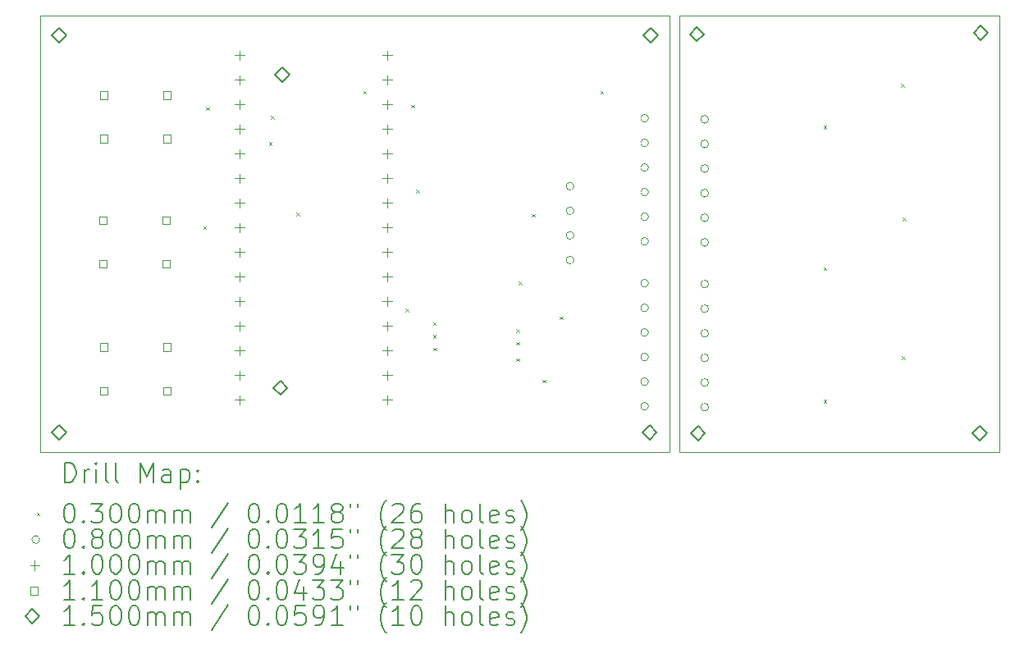
<source format=gbr>
%TF.GenerationSoftware,KiCad,Pcbnew,9.0.7*%
%TF.CreationDate,2026-01-06T19:33:02-08:00*%
%TF.ProjectId,v1.2,76312e32-2e6b-4696-9361-645f70636258,rev?*%
%TF.SameCoordinates,Original*%
%TF.FileFunction,Drillmap*%
%TF.FilePolarity,Positive*%
%FSLAX45Y45*%
G04 Gerber Fmt 4.5, Leading zero omitted, Abs format (unit mm)*
G04 Created by KiCad (PCBNEW 9.0.7) date 2026-01-06 19:33:02*
%MOMM*%
%LPD*%
G01*
G04 APERTURE LIST*
%ADD10C,0.050000*%
%ADD11C,0.200000*%
%ADD12C,0.100000*%
%ADD13C,0.110000*%
%ADD14C,0.150000*%
G04 APERTURE END LIST*
D10*
X10600000Y-10500000D02*
X13900000Y-10500000D01*
X13900000Y-15000000D01*
X10600000Y-15000000D01*
X10600000Y-10500000D01*
X4000000Y-10500000D02*
X10500000Y-10500000D01*
X10500000Y-15000000D01*
X4000000Y-15000000D01*
X4000000Y-10500000D01*
D11*
D12*
X5685000Y-12673000D02*
X5715000Y-12703000D01*
X5715000Y-12673000D02*
X5685000Y-12703000D01*
X5715000Y-11445000D02*
X5745000Y-11475000D01*
X5745000Y-11445000D02*
X5715000Y-11475000D01*
X6365000Y-11805000D02*
X6395000Y-11835000D01*
X6395000Y-11805000D02*
X6365000Y-11835000D01*
X6385000Y-11535000D02*
X6415000Y-11565000D01*
X6415000Y-11535000D02*
X6385000Y-11565000D01*
X6645000Y-12535000D02*
X6675000Y-12565000D01*
X6675000Y-12535000D02*
X6645000Y-12565000D01*
X7335000Y-11275000D02*
X7365000Y-11305000D01*
X7365000Y-11275000D02*
X7335000Y-11305000D01*
X7775000Y-13525000D02*
X7805000Y-13555000D01*
X7805000Y-13525000D02*
X7775000Y-13555000D01*
X7830000Y-11420000D02*
X7860000Y-11450000D01*
X7860000Y-11420000D02*
X7830000Y-11450000D01*
X7885000Y-12295000D02*
X7915000Y-12325000D01*
X7915000Y-12295000D02*
X7885000Y-12325000D01*
X8055000Y-13665000D02*
X8085000Y-13695000D01*
X8085000Y-13665000D02*
X8055000Y-13695000D01*
X8055000Y-13795000D02*
X8085000Y-13825000D01*
X8085000Y-13795000D02*
X8055000Y-13825000D01*
X8059000Y-13925000D02*
X8089000Y-13955000D01*
X8089000Y-13925000D02*
X8059000Y-13955000D01*
X8915000Y-13735000D02*
X8945000Y-13765000D01*
X8945000Y-13735000D02*
X8915000Y-13765000D01*
X8915000Y-13865000D02*
X8945000Y-13895000D01*
X8945000Y-13865000D02*
X8915000Y-13895000D01*
X8915000Y-14035000D02*
X8945000Y-14065000D01*
X8945000Y-14035000D02*
X8915000Y-14065000D01*
X8940000Y-13245000D02*
X8970000Y-13275000D01*
X8970000Y-13245000D02*
X8940000Y-13275000D01*
X9075000Y-12545000D02*
X9105000Y-12575000D01*
X9105000Y-12545000D02*
X9075000Y-12575000D01*
X9185000Y-14255000D02*
X9215000Y-14285000D01*
X9215000Y-14255000D02*
X9185000Y-14285000D01*
X9365000Y-13605000D02*
X9395000Y-13635000D01*
X9395000Y-13605000D02*
X9365000Y-13635000D01*
X9785000Y-11275000D02*
X9815000Y-11305000D01*
X9815000Y-11275000D02*
X9785000Y-11305000D01*
X12085000Y-11635000D02*
X12115000Y-11665000D01*
X12115000Y-11635000D02*
X12085000Y-11665000D01*
X12085000Y-13095000D02*
X12115000Y-13125000D01*
X12115000Y-13095000D02*
X12085000Y-13125000D01*
X12085000Y-14465000D02*
X12115000Y-14495000D01*
X12115000Y-14465000D02*
X12085000Y-14495000D01*
X12885000Y-11205000D02*
X12915000Y-11235000D01*
X12915000Y-11205000D02*
X12885000Y-11235000D01*
X12895000Y-14015000D02*
X12925000Y-14045000D01*
X12925000Y-14015000D02*
X12895000Y-14045000D01*
X12905000Y-12585000D02*
X12935000Y-12615000D01*
X12935000Y-12585000D02*
X12905000Y-12615000D01*
X9510000Y-12260000D02*
G75*
G02*
X9430000Y-12260000I-40000J0D01*
G01*
X9430000Y-12260000D02*
G75*
G02*
X9510000Y-12260000I40000J0D01*
G01*
X9510000Y-12514000D02*
G75*
G02*
X9430000Y-12514000I-40000J0D01*
G01*
X9430000Y-12514000D02*
G75*
G02*
X9510000Y-12514000I40000J0D01*
G01*
X9510000Y-12768000D02*
G75*
G02*
X9430000Y-12768000I-40000J0D01*
G01*
X9430000Y-12768000D02*
G75*
G02*
X9510000Y-12768000I40000J0D01*
G01*
X9510000Y-13022000D02*
G75*
G02*
X9430000Y-13022000I-40000J0D01*
G01*
X9430000Y-13022000D02*
G75*
G02*
X9510000Y-13022000I40000J0D01*
G01*
X10280000Y-11560000D02*
G75*
G02*
X10200000Y-11560000I-40000J0D01*
G01*
X10200000Y-11560000D02*
G75*
G02*
X10280000Y-11560000I40000J0D01*
G01*
X10280000Y-11814000D02*
G75*
G02*
X10200000Y-11814000I-40000J0D01*
G01*
X10200000Y-11814000D02*
G75*
G02*
X10280000Y-11814000I40000J0D01*
G01*
X10280000Y-12068000D02*
G75*
G02*
X10200000Y-12068000I-40000J0D01*
G01*
X10200000Y-12068000D02*
G75*
G02*
X10280000Y-12068000I40000J0D01*
G01*
X10280000Y-12322000D02*
G75*
G02*
X10200000Y-12322000I-40000J0D01*
G01*
X10200000Y-12322000D02*
G75*
G02*
X10280000Y-12322000I40000J0D01*
G01*
X10280000Y-12576000D02*
G75*
G02*
X10200000Y-12576000I-40000J0D01*
G01*
X10200000Y-12576000D02*
G75*
G02*
X10280000Y-12576000I40000J0D01*
G01*
X10280000Y-12830000D02*
G75*
G02*
X10200000Y-12830000I-40000J0D01*
G01*
X10200000Y-12830000D02*
G75*
G02*
X10280000Y-12830000I40000J0D01*
G01*
X10280000Y-13260000D02*
G75*
G02*
X10200000Y-13260000I-40000J0D01*
G01*
X10200000Y-13260000D02*
G75*
G02*
X10280000Y-13260000I40000J0D01*
G01*
X10280000Y-13514000D02*
G75*
G02*
X10200000Y-13514000I-40000J0D01*
G01*
X10200000Y-13514000D02*
G75*
G02*
X10280000Y-13514000I40000J0D01*
G01*
X10280000Y-13768000D02*
G75*
G02*
X10200000Y-13768000I-40000J0D01*
G01*
X10200000Y-13768000D02*
G75*
G02*
X10280000Y-13768000I40000J0D01*
G01*
X10280000Y-14022000D02*
G75*
G02*
X10200000Y-14022000I-40000J0D01*
G01*
X10200000Y-14022000D02*
G75*
G02*
X10280000Y-14022000I40000J0D01*
G01*
X10280000Y-14276000D02*
G75*
G02*
X10200000Y-14276000I-40000J0D01*
G01*
X10200000Y-14276000D02*
G75*
G02*
X10280000Y-14276000I40000J0D01*
G01*
X10280000Y-14530000D02*
G75*
G02*
X10200000Y-14530000I-40000J0D01*
G01*
X10200000Y-14530000D02*
G75*
G02*
X10280000Y-14530000I40000J0D01*
G01*
X10900000Y-11570000D02*
G75*
G02*
X10820000Y-11570000I-40000J0D01*
G01*
X10820000Y-11570000D02*
G75*
G02*
X10900000Y-11570000I40000J0D01*
G01*
X10900000Y-11824000D02*
G75*
G02*
X10820000Y-11824000I-40000J0D01*
G01*
X10820000Y-11824000D02*
G75*
G02*
X10900000Y-11824000I40000J0D01*
G01*
X10900000Y-12078000D02*
G75*
G02*
X10820000Y-12078000I-40000J0D01*
G01*
X10820000Y-12078000D02*
G75*
G02*
X10900000Y-12078000I40000J0D01*
G01*
X10900000Y-12332000D02*
G75*
G02*
X10820000Y-12332000I-40000J0D01*
G01*
X10820000Y-12332000D02*
G75*
G02*
X10900000Y-12332000I40000J0D01*
G01*
X10900000Y-12586000D02*
G75*
G02*
X10820000Y-12586000I-40000J0D01*
G01*
X10820000Y-12586000D02*
G75*
G02*
X10900000Y-12586000I40000J0D01*
G01*
X10900000Y-12840000D02*
G75*
G02*
X10820000Y-12840000I-40000J0D01*
G01*
X10820000Y-12840000D02*
G75*
G02*
X10900000Y-12840000I40000J0D01*
G01*
X10900000Y-13270000D02*
G75*
G02*
X10820000Y-13270000I-40000J0D01*
G01*
X10820000Y-13270000D02*
G75*
G02*
X10900000Y-13270000I40000J0D01*
G01*
X10900000Y-13524000D02*
G75*
G02*
X10820000Y-13524000I-40000J0D01*
G01*
X10820000Y-13524000D02*
G75*
G02*
X10900000Y-13524000I40000J0D01*
G01*
X10900000Y-13778000D02*
G75*
G02*
X10820000Y-13778000I-40000J0D01*
G01*
X10820000Y-13778000D02*
G75*
G02*
X10900000Y-13778000I40000J0D01*
G01*
X10900000Y-14032000D02*
G75*
G02*
X10820000Y-14032000I-40000J0D01*
G01*
X10820000Y-14032000D02*
G75*
G02*
X10900000Y-14032000I40000J0D01*
G01*
X10900000Y-14286000D02*
G75*
G02*
X10820000Y-14286000I-40000J0D01*
G01*
X10820000Y-14286000D02*
G75*
G02*
X10900000Y-14286000I40000J0D01*
G01*
X10900000Y-14540000D02*
G75*
G02*
X10820000Y-14540000I-40000J0D01*
G01*
X10820000Y-14540000D02*
G75*
G02*
X10900000Y-14540000I40000J0D01*
G01*
X6060000Y-10860000D02*
X6060000Y-10960000D01*
X6010000Y-10910000D02*
X6110000Y-10910000D01*
X6060000Y-11114000D02*
X6060000Y-11214000D01*
X6010000Y-11164000D02*
X6110000Y-11164000D01*
X6060000Y-11368000D02*
X6060000Y-11468000D01*
X6010000Y-11418000D02*
X6110000Y-11418000D01*
X6060000Y-11622000D02*
X6060000Y-11722000D01*
X6010000Y-11672000D02*
X6110000Y-11672000D01*
X6060000Y-11876000D02*
X6060000Y-11976000D01*
X6010000Y-11926000D02*
X6110000Y-11926000D01*
X6060000Y-12130000D02*
X6060000Y-12230000D01*
X6010000Y-12180000D02*
X6110000Y-12180000D01*
X6060000Y-12384000D02*
X6060000Y-12484000D01*
X6010000Y-12434000D02*
X6110000Y-12434000D01*
X6060000Y-12638000D02*
X6060000Y-12738000D01*
X6010000Y-12688000D02*
X6110000Y-12688000D01*
X6060000Y-12892000D02*
X6060000Y-12992000D01*
X6010000Y-12942000D02*
X6110000Y-12942000D01*
X6060000Y-13146000D02*
X6060000Y-13246000D01*
X6010000Y-13196000D02*
X6110000Y-13196000D01*
X6060000Y-13400000D02*
X6060000Y-13500000D01*
X6010000Y-13450000D02*
X6110000Y-13450000D01*
X6060000Y-13654000D02*
X6060000Y-13754000D01*
X6010000Y-13704000D02*
X6110000Y-13704000D01*
X6060000Y-13908000D02*
X6060000Y-14008000D01*
X6010000Y-13958000D02*
X6110000Y-13958000D01*
X6060000Y-14162000D02*
X6060000Y-14262000D01*
X6010000Y-14212000D02*
X6110000Y-14212000D01*
X6060000Y-14416000D02*
X6060000Y-14516000D01*
X6010000Y-14466000D02*
X6110000Y-14466000D01*
X7584000Y-10860000D02*
X7584000Y-10960000D01*
X7534000Y-10910000D02*
X7634000Y-10910000D01*
X7584000Y-11114000D02*
X7584000Y-11214000D01*
X7534000Y-11164000D02*
X7634000Y-11164000D01*
X7584000Y-11368000D02*
X7584000Y-11468000D01*
X7534000Y-11418000D02*
X7634000Y-11418000D01*
X7584000Y-11622000D02*
X7584000Y-11722000D01*
X7534000Y-11672000D02*
X7634000Y-11672000D01*
X7584000Y-11876000D02*
X7584000Y-11976000D01*
X7534000Y-11926000D02*
X7634000Y-11926000D01*
X7584000Y-12130000D02*
X7584000Y-12230000D01*
X7534000Y-12180000D02*
X7634000Y-12180000D01*
X7584000Y-12384000D02*
X7584000Y-12484000D01*
X7534000Y-12434000D02*
X7634000Y-12434000D01*
X7584000Y-12638000D02*
X7584000Y-12738000D01*
X7534000Y-12688000D02*
X7634000Y-12688000D01*
X7584000Y-12892000D02*
X7584000Y-12992000D01*
X7534000Y-12942000D02*
X7634000Y-12942000D01*
X7584000Y-13146000D02*
X7584000Y-13246000D01*
X7534000Y-13196000D02*
X7634000Y-13196000D01*
X7584000Y-13400000D02*
X7584000Y-13500000D01*
X7534000Y-13450000D02*
X7634000Y-13450000D01*
X7584000Y-13654000D02*
X7584000Y-13754000D01*
X7534000Y-13704000D02*
X7634000Y-13704000D01*
X7584000Y-13908000D02*
X7584000Y-14008000D01*
X7534000Y-13958000D02*
X7634000Y-13958000D01*
X7584000Y-14162000D02*
X7584000Y-14262000D01*
X7534000Y-14212000D02*
X7634000Y-14212000D01*
X7584000Y-14416000D02*
X7584000Y-14516000D01*
X7534000Y-14466000D02*
X7634000Y-14466000D01*
D13*
X4688891Y-12648891D02*
X4688891Y-12571109D01*
X4611109Y-12571109D01*
X4611109Y-12648891D01*
X4688891Y-12648891D01*
X4688891Y-13098891D02*
X4688891Y-13021109D01*
X4611109Y-13021109D01*
X4611109Y-13098891D01*
X4688891Y-13098891D01*
X4698891Y-11358891D02*
X4698891Y-11281109D01*
X4621109Y-11281109D01*
X4621109Y-11358891D01*
X4698891Y-11358891D01*
X4698891Y-11808891D02*
X4698891Y-11731109D01*
X4621109Y-11731109D01*
X4621109Y-11808891D01*
X4698891Y-11808891D01*
X4698891Y-13958891D02*
X4698891Y-13881109D01*
X4621109Y-13881109D01*
X4621109Y-13958891D01*
X4698891Y-13958891D01*
X4698891Y-14408891D02*
X4698891Y-14331109D01*
X4621109Y-14331109D01*
X4621109Y-14408891D01*
X4698891Y-14408891D01*
X5338891Y-12648891D02*
X5338891Y-12571109D01*
X5261109Y-12571109D01*
X5261109Y-12648891D01*
X5338891Y-12648891D01*
X5338891Y-13098891D02*
X5338891Y-13021109D01*
X5261109Y-13021109D01*
X5261109Y-13098891D01*
X5338891Y-13098891D01*
X5348891Y-11358891D02*
X5348891Y-11281109D01*
X5271109Y-11281109D01*
X5271109Y-11358891D01*
X5348891Y-11358891D01*
X5348891Y-11808891D02*
X5348891Y-11731109D01*
X5271109Y-11731109D01*
X5271109Y-11808891D01*
X5348891Y-11808891D01*
X5348891Y-13958891D02*
X5348891Y-13881109D01*
X5271109Y-13881109D01*
X5271109Y-13958891D01*
X5348891Y-13958891D01*
X5348891Y-14408891D02*
X5348891Y-14331109D01*
X5271109Y-14331109D01*
X5271109Y-14408891D01*
X5348891Y-14408891D01*
D14*
X4200000Y-10775000D02*
X4275000Y-10700000D01*
X4200000Y-10625000D01*
X4125000Y-10700000D01*
X4200000Y-10775000D01*
X4200000Y-14875000D02*
X4275000Y-14800000D01*
X4200000Y-14725000D01*
X4125000Y-14800000D01*
X4200000Y-14875000D01*
X6480000Y-14415000D02*
X6555000Y-14340000D01*
X6480000Y-14265000D01*
X6405000Y-14340000D01*
X6480000Y-14415000D01*
X6500000Y-11185000D02*
X6575000Y-11110000D01*
X6500000Y-11035000D01*
X6425000Y-11110000D01*
X6500000Y-11185000D01*
X10290000Y-14875000D02*
X10365000Y-14800000D01*
X10290000Y-14725000D01*
X10215000Y-14800000D01*
X10290000Y-14875000D01*
X10300000Y-10775000D02*
X10375000Y-10700000D01*
X10300000Y-10625000D01*
X10225000Y-10700000D01*
X10300000Y-10775000D01*
X10780000Y-10765000D02*
X10855000Y-10690000D01*
X10780000Y-10615000D01*
X10705000Y-10690000D01*
X10780000Y-10765000D01*
X10790000Y-14885000D02*
X10865000Y-14810000D01*
X10790000Y-14735000D01*
X10715000Y-14810000D01*
X10790000Y-14885000D01*
X13700000Y-14885000D02*
X13775000Y-14810000D01*
X13700000Y-14735000D01*
X13625000Y-14810000D01*
X13700000Y-14885000D01*
X13710000Y-10755000D02*
X13785000Y-10680000D01*
X13710000Y-10605000D01*
X13635000Y-10680000D01*
X13710000Y-10755000D01*
D11*
X4258277Y-15313984D02*
X4258277Y-15113984D01*
X4258277Y-15113984D02*
X4305896Y-15113984D01*
X4305896Y-15113984D02*
X4334467Y-15123508D01*
X4334467Y-15123508D02*
X4353515Y-15142555D01*
X4353515Y-15142555D02*
X4363039Y-15161603D01*
X4363039Y-15161603D02*
X4372563Y-15199698D01*
X4372563Y-15199698D02*
X4372563Y-15228269D01*
X4372563Y-15228269D02*
X4363039Y-15266365D01*
X4363039Y-15266365D02*
X4353515Y-15285412D01*
X4353515Y-15285412D02*
X4334467Y-15304460D01*
X4334467Y-15304460D02*
X4305896Y-15313984D01*
X4305896Y-15313984D02*
X4258277Y-15313984D01*
X4458277Y-15313984D02*
X4458277Y-15180650D01*
X4458277Y-15218746D02*
X4467801Y-15199698D01*
X4467801Y-15199698D02*
X4477324Y-15190174D01*
X4477324Y-15190174D02*
X4496372Y-15180650D01*
X4496372Y-15180650D02*
X4515420Y-15180650D01*
X4582086Y-15313984D02*
X4582086Y-15180650D01*
X4582086Y-15113984D02*
X4572563Y-15123508D01*
X4572563Y-15123508D02*
X4582086Y-15133031D01*
X4582086Y-15133031D02*
X4591610Y-15123508D01*
X4591610Y-15123508D02*
X4582086Y-15113984D01*
X4582086Y-15113984D02*
X4582086Y-15133031D01*
X4705896Y-15313984D02*
X4686848Y-15304460D01*
X4686848Y-15304460D02*
X4677324Y-15285412D01*
X4677324Y-15285412D02*
X4677324Y-15113984D01*
X4810658Y-15313984D02*
X4791610Y-15304460D01*
X4791610Y-15304460D02*
X4782086Y-15285412D01*
X4782086Y-15285412D02*
X4782086Y-15113984D01*
X5039229Y-15313984D02*
X5039229Y-15113984D01*
X5039229Y-15113984D02*
X5105896Y-15256841D01*
X5105896Y-15256841D02*
X5172563Y-15113984D01*
X5172563Y-15113984D02*
X5172563Y-15313984D01*
X5353515Y-15313984D02*
X5353515Y-15209222D01*
X5353515Y-15209222D02*
X5343991Y-15190174D01*
X5343991Y-15190174D02*
X5324944Y-15180650D01*
X5324944Y-15180650D02*
X5286848Y-15180650D01*
X5286848Y-15180650D02*
X5267801Y-15190174D01*
X5353515Y-15304460D02*
X5334467Y-15313984D01*
X5334467Y-15313984D02*
X5286848Y-15313984D01*
X5286848Y-15313984D02*
X5267801Y-15304460D01*
X5267801Y-15304460D02*
X5258277Y-15285412D01*
X5258277Y-15285412D02*
X5258277Y-15266365D01*
X5258277Y-15266365D02*
X5267801Y-15247317D01*
X5267801Y-15247317D02*
X5286848Y-15237793D01*
X5286848Y-15237793D02*
X5334467Y-15237793D01*
X5334467Y-15237793D02*
X5353515Y-15228269D01*
X5448753Y-15180650D02*
X5448753Y-15380650D01*
X5448753Y-15190174D02*
X5467801Y-15180650D01*
X5467801Y-15180650D02*
X5505896Y-15180650D01*
X5505896Y-15180650D02*
X5524944Y-15190174D01*
X5524944Y-15190174D02*
X5534467Y-15199698D01*
X5534467Y-15199698D02*
X5543991Y-15218746D01*
X5543991Y-15218746D02*
X5543991Y-15275888D01*
X5543991Y-15275888D02*
X5534467Y-15294936D01*
X5534467Y-15294936D02*
X5524944Y-15304460D01*
X5524944Y-15304460D02*
X5505896Y-15313984D01*
X5505896Y-15313984D02*
X5467801Y-15313984D01*
X5467801Y-15313984D02*
X5448753Y-15304460D01*
X5629705Y-15294936D02*
X5639229Y-15304460D01*
X5639229Y-15304460D02*
X5629705Y-15313984D01*
X5629705Y-15313984D02*
X5620182Y-15304460D01*
X5620182Y-15304460D02*
X5629705Y-15294936D01*
X5629705Y-15294936D02*
X5629705Y-15313984D01*
X5629705Y-15190174D02*
X5639229Y-15199698D01*
X5639229Y-15199698D02*
X5629705Y-15209222D01*
X5629705Y-15209222D02*
X5620182Y-15199698D01*
X5620182Y-15199698D02*
X5629705Y-15190174D01*
X5629705Y-15190174D02*
X5629705Y-15209222D01*
D12*
X3967500Y-15627500D02*
X3997500Y-15657500D01*
X3997500Y-15627500D02*
X3967500Y-15657500D01*
D11*
X4296372Y-15533984D02*
X4315420Y-15533984D01*
X4315420Y-15533984D02*
X4334467Y-15543508D01*
X4334467Y-15543508D02*
X4343991Y-15553031D01*
X4343991Y-15553031D02*
X4353515Y-15572079D01*
X4353515Y-15572079D02*
X4363039Y-15610174D01*
X4363039Y-15610174D02*
X4363039Y-15657793D01*
X4363039Y-15657793D02*
X4353515Y-15695888D01*
X4353515Y-15695888D02*
X4343991Y-15714936D01*
X4343991Y-15714936D02*
X4334467Y-15724460D01*
X4334467Y-15724460D02*
X4315420Y-15733984D01*
X4315420Y-15733984D02*
X4296372Y-15733984D01*
X4296372Y-15733984D02*
X4277324Y-15724460D01*
X4277324Y-15724460D02*
X4267801Y-15714936D01*
X4267801Y-15714936D02*
X4258277Y-15695888D01*
X4258277Y-15695888D02*
X4248753Y-15657793D01*
X4248753Y-15657793D02*
X4248753Y-15610174D01*
X4248753Y-15610174D02*
X4258277Y-15572079D01*
X4258277Y-15572079D02*
X4267801Y-15553031D01*
X4267801Y-15553031D02*
X4277324Y-15543508D01*
X4277324Y-15543508D02*
X4296372Y-15533984D01*
X4448753Y-15714936D02*
X4458277Y-15724460D01*
X4458277Y-15724460D02*
X4448753Y-15733984D01*
X4448753Y-15733984D02*
X4439229Y-15724460D01*
X4439229Y-15724460D02*
X4448753Y-15714936D01*
X4448753Y-15714936D02*
X4448753Y-15733984D01*
X4524944Y-15533984D02*
X4648753Y-15533984D01*
X4648753Y-15533984D02*
X4582086Y-15610174D01*
X4582086Y-15610174D02*
X4610658Y-15610174D01*
X4610658Y-15610174D02*
X4629705Y-15619698D01*
X4629705Y-15619698D02*
X4639229Y-15629222D01*
X4639229Y-15629222D02*
X4648753Y-15648269D01*
X4648753Y-15648269D02*
X4648753Y-15695888D01*
X4648753Y-15695888D02*
X4639229Y-15714936D01*
X4639229Y-15714936D02*
X4629705Y-15724460D01*
X4629705Y-15724460D02*
X4610658Y-15733984D01*
X4610658Y-15733984D02*
X4553515Y-15733984D01*
X4553515Y-15733984D02*
X4534467Y-15724460D01*
X4534467Y-15724460D02*
X4524944Y-15714936D01*
X4772563Y-15533984D02*
X4791610Y-15533984D01*
X4791610Y-15533984D02*
X4810658Y-15543508D01*
X4810658Y-15543508D02*
X4820182Y-15553031D01*
X4820182Y-15553031D02*
X4829705Y-15572079D01*
X4829705Y-15572079D02*
X4839229Y-15610174D01*
X4839229Y-15610174D02*
X4839229Y-15657793D01*
X4839229Y-15657793D02*
X4829705Y-15695888D01*
X4829705Y-15695888D02*
X4820182Y-15714936D01*
X4820182Y-15714936D02*
X4810658Y-15724460D01*
X4810658Y-15724460D02*
X4791610Y-15733984D01*
X4791610Y-15733984D02*
X4772563Y-15733984D01*
X4772563Y-15733984D02*
X4753515Y-15724460D01*
X4753515Y-15724460D02*
X4743991Y-15714936D01*
X4743991Y-15714936D02*
X4734467Y-15695888D01*
X4734467Y-15695888D02*
X4724944Y-15657793D01*
X4724944Y-15657793D02*
X4724944Y-15610174D01*
X4724944Y-15610174D02*
X4734467Y-15572079D01*
X4734467Y-15572079D02*
X4743991Y-15553031D01*
X4743991Y-15553031D02*
X4753515Y-15543508D01*
X4753515Y-15543508D02*
X4772563Y-15533984D01*
X4963039Y-15533984D02*
X4982086Y-15533984D01*
X4982086Y-15533984D02*
X5001134Y-15543508D01*
X5001134Y-15543508D02*
X5010658Y-15553031D01*
X5010658Y-15553031D02*
X5020182Y-15572079D01*
X5020182Y-15572079D02*
X5029705Y-15610174D01*
X5029705Y-15610174D02*
X5029705Y-15657793D01*
X5029705Y-15657793D02*
X5020182Y-15695888D01*
X5020182Y-15695888D02*
X5010658Y-15714936D01*
X5010658Y-15714936D02*
X5001134Y-15724460D01*
X5001134Y-15724460D02*
X4982086Y-15733984D01*
X4982086Y-15733984D02*
X4963039Y-15733984D01*
X4963039Y-15733984D02*
X4943991Y-15724460D01*
X4943991Y-15724460D02*
X4934467Y-15714936D01*
X4934467Y-15714936D02*
X4924944Y-15695888D01*
X4924944Y-15695888D02*
X4915420Y-15657793D01*
X4915420Y-15657793D02*
X4915420Y-15610174D01*
X4915420Y-15610174D02*
X4924944Y-15572079D01*
X4924944Y-15572079D02*
X4934467Y-15553031D01*
X4934467Y-15553031D02*
X4943991Y-15543508D01*
X4943991Y-15543508D02*
X4963039Y-15533984D01*
X5115420Y-15733984D02*
X5115420Y-15600650D01*
X5115420Y-15619698D02*
X5124944Y-15610174D01*
X5124944Y-15610174D02*
X5143991Y-15600650D01*
X5143991Y-15600650D02*
X5172563Y-15600650D01*
X5172563Y-15600650D02*
X5191610Y-15610174D01*
X5191610Y-15610174D02*
X5201134Y-15629222D01*
X5201134Y-15629222D02*
X5201134Y-15733984D01*
X5201134Y-15629222D02*
X5210658Y-15610174D01*
X5210658Y-15610174D02*
X5229705Y-15600650D01*
X5229705Y-15600650D02*
X5258277Y-15600650D01*
X5258277Y-15600650D02*
X5277325Y-15610174D01*
X5277325Y-15610174D02*
X5286848Y-15629222D01*
X5286848Y-15629222D02*
X5286848Y-15733984D01*
X5382086Y-15733984D02*
X5382086Y-15600650D01*
X5382086Y-15619698D02*
X5391610Y-15610174D01*
X5391610Y-15610174D02*
X5410658Y-15600650D01*
X5410658Y-15600650D02*
X5439229Y-15600650D01*
X5439229Y-15600650D02*
X5458277Y-15610174D01*
X5458277Y-15610174D02*
X5467801Y-15629222D01*
X5467801Y-15629222D02*
X5467801Y-15733984D01*
X5467801Y-15629222D02*
X5477325Y-15610174D01*
X5477325Y-15610174D02*
X5496372Y-15600650D01*
X5496372Y-15600650D02*
X5524944Y-15600650D01*
X5524944Y-15600650D02*
X5543991Y-15610174D01*
X5543991Y-15610174D02*
X5553515Y-15629222D01*
X5553515Y-15629222D02*
X5553515Y-15733984D01*
X5943991Y-15524460D02*
X5772563Y-15781603D01*
X6201134Y-15533984D02*
X6220182Y-15533984D01*
X6220182Y-15533984D02*
X6239229Y-15543508D01*
X6239229Y-15543508D02*
X6248753Y-15553031D01*
X6248753Y-15553031D02*
X6258277Y-15572079D01*
X6258277Y-15572079D02*
X6267801Y-15610174D01*
X6267801Y-15610174D02*
X6267801Y-15657793D01*
X6267801Y-15657793D02*
X6258277Y-15695888D01*
X6258277Y-15695888D02*
X6248753Y-15714936D01*
X6248753Y-15714936D02*
X6239229Y-15724460D01*
X6239229Y-15724460D02*
X6220182Y-15733984D01*
X6220182Y-15733984D02*
X6201134Y-15733984D01*
X6201134Y-15733984D02*
X6182086Y-15724460D01*
X6182086Y-15724460D02*
X6172563Y-15714936D01*
X6172563Y-15714936D02*
X6163039Y-15695888D01*
X6163039Y-15695888D02*
X6153515Y-15657793D01*
X6153515Y-15657793D02*
X6153515Y-15610174D01*
X6153515Y-15610174D02*
X6163039Y-15572079D01*
X6163039Y-15572079D02*
X6172563Y-15553031D01*
X6172563Y-15553031D02*
X6182086Y-15543508D01*
X6182086Y-15543508D02*
X6201134Y-15533984D01*
X6353515Y-15714936D02*
X6363039Y-15724460D01*
X6363039Y-15724460D02*
X6353515Y-15733984D01*
X6353515Y-15733984D02*
X6343991Y-15724460D01*
X6343991Y-15724460D02*
X6353515Y-15714936D01*
X6353515Y-15714936D02*
X6353515Y-15733984D01*
X6486848Y-15533984D02*
X6505896Y-15533984D01*
X6505896Y-15533984D02*
X6524944Y-15543508D01*
X6524944Y-15543508D02*
X6534467Y-15553031D01*
X6534467Y-15553031D02*
X6543991Y-15572079D01*
X6543991Y-15572079D02*
X6553515Y-15610174D01*
X6553515Y-15610174D02*
X6553515Y-15657793D01*
X6553515Y-15657793D02*
X6543991Y-15695888D01*
X6543991Y-15695888D02*
X6534467Y-15714936D01*
X6534467Y-15714936D02*
X6524944Y-15724460D01*
X6524944Y-15724460D02*
X6505896Y-15733984D01*
X6505896Y-15733984D02*
X6486848Y-15733984D01*
X6486848Y-15733984D02*
X6467801Y-15724460D01*
X6467801Y-15724460D02*
X6458277Y-15714936D01*
X6458277Y-15714936D02*
X6448753Y-15695888D01*
X6448753Y-15695888D02*
X6439229Y-15657793D01*
X6439229Y-15657793D02*
X6439229Y-15610174D01*
X6439229Y-15610174D02*
X6448753Y-15572079D01*
X6448753Y-15572079D02*
X6458277Y-15553031D01*
X6458277Y-15553031D02*
X6467801Y-15543508D01*
X6467801Y-15543508D02*
X6486848Y-15533984D01*
X6743991Y-15733984D02*
X6629706Y-15733984D01*
X6686848Y-15733984D02*
X6686848Y-15533984D01*
X6686848Y-15533984D02*
X6667801Y-15562555D01*
X6667801Y-15562555D02*
X6648753Y-15581603D01*
X6648753Y-15581603D02*
X6629706Y-15591127D01*
X6934467Y-15733984D02*
X6820182Y-15733984D01*
X6877325Y-15733984D02*
X6877325Y-15533984D01*
X6877325Y-15533984D02*
X6858277Y-15562555D01*
X6858277Y-15562555D02*
X6839229Y-15581603D01*
X6839229Y-15581603D02*
X6820182Y-15591127D01*
X7048753Y-15619698D02*
X7029706Y-15610174D01*
X7029706Y-15610174D02*
X7020182Y-15600650D01*
X7020182Y-15600650D02*
X7010658Y-15581603D01*
X7010658Y-15581603D02*
X7010658Y-15572079D01*
X7010658Y-15572079D02*
X7020182Y-15553031D01*
X7020182Y-15553031D02*
X7029706Y-15543508D01*
X7029706Y-15543508D02*
X7048753Y-15533984D01*
X7048753Y-15533984D02*
X7086848Y-15533984D01*
X7086848Y-15533984D02*
X7105896Y-15543508D01*
X7105896Y-15543508D02*
X7115420Y-15553031D01*
X7115420Y-15553031D02*
X7124944Y-15572079D01*
X7124944Y-15572079D02*
X7124944Y-15581603D01*
X7124944Y-15581603D02*
X7115420Y-15600650D01*
X7115420Y-15600650D02*
X7105896Y-15610174D01*
X7105896Y-15610174D02*
X7086848Y-15619698D01*
X7086848Y-15619698D02*
X7048753Y-15619698D01*
X7048753Y-15619698D02*
X7029706Y-15629222D01*
X7029706Y-15629222D02*
X7020182Y-15638746D01*
X7020182Y-15638746D02*
X7010658Y-15657793D01*
X7010658Y-15657793D02*
X7010658Y-15695888D01*
X7010658Y-15695888D02*
X7020182Y-15714936D01*
X7020182Y-15714936D02*
X7029706Y-15724460D01*
X7029706Y-15724460D02*
X7048753Y-15733984D01*
X7048753Y-15733984D02*
X7086848Y-15733984D01*
X7086848Y-15733984D02*
X7105896Y-15724460D01*
X7105896Y-15724460D02*
X7115420Y-15714936D01*
X7115420Y-15714936D02*
X7124944Y-15695888D01*
X7124944Y-15695888D02*
X7124944Y-15657793D01*
X7124944Y-15657793D02*
X7115420Y-15638746D01*
X7115420Y-15638746D02*
X7105896Y-15629222D01*
X7105896Y-15629222D02*
X7086848Y-15619698D01*
X7201134Y-15533984D02*
X7201134Y-15572079D01*
X7277325Y-15533984D02*
X7277325Y-15572079D01*
X7572563Y-15810174D02*
X7563039Y-15800650D01*
X7563039Y-15800650D02*
X7543991Y-15772079D01*
X7543991Y-15772079D02*
X7534468Y-15753031D01*
X7534468Y-15753031D02*
X7524944Y-15724460D01*
X7524944Y-15724460D02*
X7515420Y-15676841D01*
X7515420Y-15676841D02*
X7515420Y-15638746D01*
X7515420Y-15638746D02*
X7524944Y-15591127D01*
X7524944Y-15591127D02*
X7534468Y-15562555D01*
X7534468Y-15562555D02*
X7543991Y-15543508D01*
X7543991Y-15543508D02*
X7563039Y-15514936D01*
X7563039Y-15514936D02*
X7572563Y-15505412D01*
X7639229Y-15553031D02*
X7648753Y-15543508D01*
X7648753Y-15543508D02*
X7667801Y-15533984D01*
X7667801Y-15533984D02*
X7715420Y-15533984D01*
X7715420Y-15533984D02*
X7734468Y-15543508D01*
X7734468Y-15543508D02*
X7743991Y-15553031D01*
X7743991Y-15553031D02*
X7753515Y-15572079D01*
X7753515Y-15572079D02*
X7753515Y-15591127D01*
X7753515Y-15591127D02*
X7743991Y-15619698D01*
X7743991Y-15619698D02*
X7629706Y-15733984D01*
X7629706Y-15733984D02*
X7753515Y-15733984D01*
X7924944Y-15533984D02*
X7886848Y-15533984D01*
X7886848Y-15533984D02*
X7867801Y-15543508D01*
X7867801Y-15543508D02*
X7858277Y-15553031D01*
X7858277Y-15553031D02*
X7839229Y-15581603D01*
X7839229Y-15581603D02*
X7829706Y-15619698D01*
X7829706Y-15619698D02*
X7829706Y-15695888D01*
X7829706Y-15695888D02*
X7839229Y-15714936D01*
X7839229Y-15714936D02*
X7848753Y-15724460D01*
X7848753Y-15724460D02*
X7867801Y-15733984D01*
X7867801Y-15733984D02*
X7905896Y-15733984D01*
X7905896Y-15733984D02*
X7924944Y-15724460D01*
X7924944Y-15724460D02*
X7934468Y-15714936D01*
X7934468Y-15714936D02*
X7943991Y-15695888D01*
X7943991Y-15695888D02*
X7943991Y-15648269D01*
X7943991Y-15648269D02*
X7934468Y-15629222D01*
X7934468Y-15629222D02*
X7924944Y-15619698D01*
X7924944Y-15619698D02*
X7905896Y-15610174D01*
X7905896Y-15610174D02*
X7867801Y-15610174D01*
X7867801Y-15610174D02*
X7848753Y-15619698D01*
X7848753Y-15619698D02*
X7839229Y-15629222D01*
X7839229Y-15629222D02*
X7829706Y-15648269D01*
X8182087Y-15733984D02*
X8182087Y-15533984D01*
X8267801Y-15733984D02*
X8267801Y-15629222D01*
X8267801Y-15629222D02*
X8258277Y-15610174D01*
X8258277Y-15610174D02*
X8239230Y-15600650D01*
X8239230Y-15600650D02*
X8210658Y-15600650D01*
X8210658Y-15600650D02*
X8191610Y-15610174D01*
X8191610Y-15610174D02*
X8182087Y-15619698D01*
X8391611Y-15733984D02*
X8372563Y-15724460D01*
X8372563Y-15724460D02*
X8363039Y-15714936D01*
X8363039Y-15714936D02*
X8353515Y-15695888D01*
X8353515Y-15695888D02*
X8353515Y-15638746D01*
X8353515Y-15638746D02*
X8363039Y-15619698D01*
X8363039Y-15619698D02*
X8372563Y-15610174D01*
X8372563Y-15610174D02*
X8391611Y-15600650D01*
X8391611Y-15600650D02*
X8420182Y-15600650D01*
X8420182Y-15600650D02*
X8439230Y-15610174D01*
X8439230Y-15610174D02*
X8448753Y-15619698D01*
X8448753Y-15619698D02*
X8458277Y-15638746D01*
X8458277Y-15638746D02*
X8458277Y-15695888D01*
X8458277Y-15695888D02*
X8448753Y-15714936D01*
X8448753Y-15714936D02*
X8439230Y-15724460D01*
X8439230Y-15724460D02*
X8420182Y-15733984D01*
X8420182Y-15733984D02*
X8391611Y-15733984D01*
X8572563Y-15733984D02*
X8553515Y-15724460D01*
X8553515Y-15724460D02*
X8543992Y-15705412D01*
X8543992Y-15705412D02*
X8543992Y-15533984D01*
X8724944Y-15724460D02*
X8705896Y-15733984D01*
X8705896Y-15733984D02*
X8667801Y-15733984D01*
X8667801Y-15733984D02*
X8648753Y-15724460D01*
X8648753Y-15724460D02*
X8639230Y-15705412D01*
X8639230Y-15705412D02*
X8639230Y-15629222D01*
X8639230Y-15629222D02*
X8648753Y-15610174D01*
X8648753Y-15610174D02*
X8667801Y-15600650D01*
X8667801Y-15600650D02*
X8705896Y-15600650D01*
X8705896Y-15600650D02*
X8724944Y-15610174D01*
X8724944Y-15610174D02*
X8734468Y-15629222D01*
X8734468Y-15629222D02*
X8734468Y-15648269D01*
X8734468Y-15648269D02*
X8639230Y-15667317D01*
X8810658Y-15724460D02*
X8829706Y-15733984D01*
X8829706Y-15733984D02*
X8867801Y-15733984D01*
X8867801Y-15733984D02*
X8886849Y-15724460D01*
X8886849Y-15724460D02*
X8896373Y-15705412D01*
X8896373Y-15705412D02*
X8896373Y-15695888D01*
X8896373Y-15695888D02*
X8886849Y-15676841D01*
X8886849Y-15676841D02*
X8867801Y-15667317D01*
X8867801Y-15667317D02*
X8839230Y-15667317D01*
X8839230Y-15667317D02*
X8820182Y-15657793D01*
X8820182Y-15657793D02*
X8810658Y-15638746D01*
X8810658Y-15638746D02*
X8810658Y-15629222D01*
X8810658Y-15629222D02*
X8820182Y-15610174D01*
X8820182Y-15610174D02*
X8839230Y-15600650D01*
X8839230Y-15600650D02*
X8867801Y-15600650D01*
X8867801Y-15600650D02*
X8886849Y-15610174D01*
X8963039Y-15810174D02*
X8972563Y-15800650D01*
X8972563Y-15800650D02*
X8991611Y-15772079D01*
X8991611Y-15772079D02*
X9001134Y-15753031D01*
X9001134Y-15753031D02*
X9010658Y-15724460D01*
X9010658Y-15724460D02*
X9020182Y-15676841D01*
X9020182Y-15676841D02*
X9020182Y-15638746D01*
X9020182Y-15638746D02*
X9010658Y-15591127D01*
X9010658Y-15591127D02*
X9001134Y-15562555D01*
X9001134Y-15562555D02*
X8991611Y-15543508D01*
X8991611Y-15543508D02*
X8972563Y-15514936D01*
X8972563Y-15514936D02*
X8963039Y-15505412D01*
D12*
X3997500Y-15906500D02*
G75*
G02*
X3917500Y-15906500I-40000J0D01*
G01*
X3917500Y-15906500D02*
G75*
G02*
X3997500Y-15906500I40000J0D01*
G01*
D11*
X4296372Y-15797984D02*
X4315420Y-15797984D01*
X4315420Y-15797984D02*
X4334467Y-15807508D01*
X4334467Y-15807508D02*
X4343991Y-15817031D01*
X4343991Y-15817031D02*
X4353515Y-15836079D01*
X4353515Y-15836079D02*
X4363039Y-15874174D01*
X4363039Y-15874174D02*
X4363039Y-15921793D01*
X4363039Y-15921793D02*
X4353515Y-15959888D01*
X4353515Y-15959888D02*
X4343991Y-15978936D01*
X4343991Y-15978936D02*
X4334467Y-15988460D01*
X4334467Y-15988460D02*
X4315420Y-15997984D01*
X4315420Y-15997984D02*
X4296372Y-15997984D01*
X4296372Y-15997984D02*
X4277324Y-15988460D01*
X4277324Y-15988460D02*
X4267801Y-15978936D01*
X4267801Y-15978936D02*
X4258277Y-15959888D01*
X4258277Y-15959888D02*
X4248753Y-15921793D01*
X4248753Y-15921793D02*
X4248753Y-15874174D01*
X4248753Y-15874174D02*
X4258277Y-15836079D01*
X4258277Y-15836079D02*
X4267801Y-15817031D01*
X4267801Y-15817031D02*
X4277324Y-15807508D01*
X4277324Y-15807508D02*
X4296372Y-15797984D01*
X4448753Y-15978936D02*
X4458277Y-15988460D01*
X4458277Y-15988460D02*
X4448753Y-15997984D01*
X4448753Y-15997984D02*
X4439229Y-15988460D01*
X4439229Y-15988460D02*
X4448753Y-15978936D01*
X4448753Y-15978936D02*
X4448753Y-15997984D01*
X4572563Y-15883698D02*
X4553515Y-15874174D01*
X4553515Y-15874174D02*
X4543991Y-15864650D01*
X4543991Y-15864650D02*
X4534467Y-15845603D01*
X4534467Y-15845603D02*
X4534467Y-15836079D01*
X4534467Y-15836079D02*
X4543991Y-15817031D01*
X4543991Y-15817031D02*
X4553515Y-15807508D01*
X4553515Y-15807508D02*
X4572563Y-15797984D01*
X4572563Y-15797984D02*
X4610658Y-15797984D01*
X4610658Y-15797984D02*
X4629705Y-15807508D01*
X4629705Y-15807508D02*
X4639229Y-15817031D01*
X4639229Y-15817031D02*
X4648753Y-15836079D01*
X4648753Y-15836079D02*
X4648753Y-15845603D01*
X4648753Y-15845603D02*
X4639229Y-15864650D01*
X4639229Y-15864650D02*
X4629705Y-15874174D01*
X4629705Y-15874174D02*
X4610658Y-15883698D01*
X4610658Y-15883698D02*
X4572563Y-15883698D01*
X4572563Y-15883698D02*
X4553515Y-15893222D01*
X4553515Y-15893222D02*
X4543991Y-15902746D01*
X4543991Y-15902746D02*
X4534467Y-15921793D01*
X4534467Y-15921793D02*
X4534467Y-15959888D01*
X4534467Y-15959888D02*
X4543991Y-15978936D01*
X4543991Y-15978936D02*
X4553515Y-15988460D01*
X4553515Y-15988460D02*
X4572563Y-15997984D01*
X4572563Y-15997984D02*
X4610658Y-15997984D01*
X4610658Y-15997984D02*
X4629705Y-15988460D01*
X4629705Y-15988460D02*
X4639229Y-15978936D01*
X4639229Y-15978936D02*
X4648753Y-15959888D01*
X4648753Y-15959888D02*
X4648753Y-15921793D01*
X4648753Y-15921793D02*
X4639229Y-15902746D01*
X4639229Y-15902746D02*
X4629705Y-15893222D01*
X4629705Y-15893222D02*
X4610658Y-15883698D01*
X4772563Y-15797984D02*
X4791610Y-15797984D01*
X4791610Y-15797984D02*
X4810658Y-15807508D01*
X4810658Y-15807508D02*
X4820182Y-15817031D01*
X4820182Y-15817031D02*
X4829705Y-15836079D01*
X4829705Y-15836079D02*
X4839229Y-15874174D01*
X4839229Y-15874174D02*
X4839229Y-15921793D01*
X4839229Y-15921793D02*
X4829705Y-15959888D01*
X4829705Y-15959888D02*
X4820182Y-15978936D01*
X4820182Y-15978936D02*
X4810658Y-15988460D01*
X4810658Y-15988460D02*
X4791610Y-15997984D01*
X4791610Y-15997984D02*
X4772563Y-15997984D01*
X4772563Y-15997984D02*
X4753515Y-15988460D01*
X4753515Y-15988460D02*
X4743991Y-15978936D01*
X4743991Y-15978936D02*
X4734467Y-15959888D01*
X4734467Y-15959888D02*
X4724944Y-15921793D01*
X4724944Y-15921793D02*
X4724944Y-15874174D01*
X4724944Y-15874174D02*
X4734467Y-15836079D01*
X4734467Y-15836079D02*
X4743991Y-15817031D01*
X4743991Y-15817031D02*
X4753515Y-15807508D01*
X4753515Y-15807508D02*
X4772563Y-15797984D01*
X4963039Y-15797984D02*
X4982086Y-15797984D01*
X4982086Y-15797984D02*
X5001134Y-15807508D01*
X5001134Y-15807508D02*
X5010658Y-15817031D01*
X5010658Y-15817031D02*
X5020182Y-15836079D01*
X5020182Y-15836079D02*
X5029705Y-15874174D01*
X5029705Y-15874174D02*
X5029705Y-15921793D01*
X5029705Y-15921793D02*
X5020182Y-15959888D01*
X5020182Y-15959888D02*
X5010658Y-15978936D01*
X5010658Y-15978936D02*
X5001134Y-15988460D01*
X5001134Y-15988460D02*
X4982086Y-15997984D01*
X4982086Y-15997984D02*
X4963039Y-15997984D01*
X4963039Y-15997984D02*
X4943991Y-15988460D01*
X4943991Y-15988460D02*
X4934467Y-15978936D01*
X4934467Y-15978936D02*
X4924944Y-15959888D01*
X4924944Y-15959888D02*
X4915420Y-15921793D01*
X4915420Y-15921793D02*
X4915420Y-15874174D01*
X4915420Y-15874174D02*
X4924944Y-15836079D01*
X4924944Y-15836079D02*
X4934467Y-15817031D01*
X4934467Y-15817031D02*
X4943991Y-15807508D01*
X4943991Y-15807508D02*
X4963039Y-15797984D01*
X5115420Y-15997984D02*
X5115420Y-15864650D01*
X5115420Y-15883698D02*
X5124944Y-15874174D01*
X5124944Y-15874174D02*
X5143991Y-15864650D01*
X5143991Y-15864650D02*
X5172563Y-15864650D01*
X5172563Y-15864650D02*
X5191610Y-15874174D01*
X5191610Y-15874174D02*
X5201134Y-15893222D01*
X5201134Y-15893222D02*
X5201134Y-15997984D01*
X5201134Y-15893222D02*
X5210658Y-15874174D01*
X5210658Y-15874174D02*
X5229705Y-15864650D01*
X5229705Y-15864650D02*
X5258277Y-15864650D01*
X5258277Y-15864650D02*
X5277325Y-15874174D01*
X5277325Y-15874174D02*
X5286848Y-15893222D01*
X5286848Y-15893222D02*
X5286848Y-15997984D01*
X5382086Y-15997984D02*
X5382086Y-15864650D01*
X5382086Y-15883698D02*
X5391610Y-15874174D01*
X5391610Y-15874174D02*
X5410658Y-15864650D01*
X5410658Y-15864650D02*
X5439229Y-15864650D01*
X5439229Y-15864650D02*
X5458277Y-15874174D01*
X5458277Y-15874174D02*
X5467801Y-15893222D01*
X5467801Y-15893222D02*
X5467801Y-15997984D01*
X5467801Y-15893222D02*
X5477325Y-15874174D01*
X5477325Y-15874174D02*
X5496372Y-15864650D01*
X5496372Y-15864650D02*
X5524944Y-15864650D01*
X5524944Y-15864650D02*
X5543991Y-15874174D01*
X5543991Y-15874174D02*
X5553515Y-15893222D01*
X5553515Y-15893222D02*
X5553515Y-15997984D01*
X5943991Y-15788460D02*
X5772563Y-16045603D01*
X6201134Y-15797984D02*
X6220182Y-15797984D01*
X6220182Y-15797984D02*
X6239229Y-15807508D01*
X6239229Y-15807508D02*
X6248753Y-15817031D01*
X6248753Y-15817031D02*
X6258277Y-15836079D01*
X6258277Y-15836079D02*
X6267801Y-15874174D01*
X6267801Y-15874174D02*
X6267801Y-15921793D01*
X6267801Y-15921793D02*
X6258277Y-15959888D01*
X6258277Y-15959888D02*
X6248753Y-15978936D01*
X6248753Y-15978936D02*
X6239229Y-15988460D01*
X6239229Y-15988460D02*
X6220182Y-15997984D01*
X6220182Y-15997984D02*
X6201134Y-15997984D01*
X6201134Y-15997984D02*
X6182086Y-15988460D01*
X6182086Y-15988460D02*
X6172563Y-15978936D01*
X6172563Y-15978936D02*
X6163039Y-15959888D01*
X6163039Y-15959888D02*
X6153515Y-15921793D01*
X6153515Y-15921793D02*
X6153515Y-15874174D01*
X6153515Y-15874174D02*
X6163039Y-15836079D01*
X6163039Y-15836079D02*
X6172563Y-15817031D01*
X6172563Y-15817031D02*
X6182086Y-15807508D01*
X6182086Y-15807508D02*
X6201134Y-15797984D01*
X6353515Y-15978936D02*
X6363039Y-15988460D01*
X6363039Y-15988460D02*
X6353515Y-15997984D01*
X6353515Y-15997984D02*
X6343991Y-15988460D01*
X6343991Y-15988460D02*
X6353515Y-15978936D01*
X6353515Y-15978936D02*
X6353515Y-15997984D01*
X6486848Y-15797984D02*
X6505896Y-15797984D01*
X6505896Y-15797984D02*
X6524944Y-15807508D01*
X6524944Y-15807508D02*
X6534467Y-15817031D01*
X6534467Y-15817031D02*
X6543991Y-15836079D01*
X6543991Y-15836079D02*
X6553515Y-15874174D01*
X6553515Y-15874174D02*
X6553515Y-15921793D01*
X6553515Y-15921793D02*
X6543991Y-15959888D01*
X6543991Y-15959888D02*
X6534467Y-15978936D01*
X6534467Y-15978936D02*
X6524944Y-15988460D01*
X6524944Y-15988460D02*
X6505896Y-15997984D01*
X6505896Y-15997984D02*
X6486848Y-15997984D01*
X6486848Y-15997984D02*
X6467801Y-15988460D01*
X6467801Y-15988460D02*
X6458277Y-15978936D01*
X6458277Y-15978936D02*
X6448753Y-15959888D01*
X6448753Y-15959888D02*
X6439229Y-15921793D01*
X6439229Y-15921793D02*
X6439229Y-15874174D01*
X6439229Y-15874174D02*
X6448753Y-15836079D01*
X6448753Y-15836079D02*
X6458277Y-15817031D01*
X6458277Y-15817031D02*
X6467801Y-15807508D01*
X6467801Y-15807508D02*
X6486848Y-15797984D01*
X6620182Y-15797984D02*
X6743991Y-15797984D01*
X6743991Y-15797984D02*
X6677325Y-15874174D01*
X6677325Y-15874174D02*
X6705896Y-15874174D01*
X6705896Y-15874174D02*
X6724944Y-15883698D01*
X6724944Y-15883698D02*
X6734467Y-15893222D01*
X6734467Y-15893222D02*
X6743991Y-15912269D01*
X6743991Y-15912269D02*
X6743991Y-15959888D01*
X6743991Y-15959888D02*
X6734467Y-15978936D01*
X6734467Y-15978936D02*
X6724944Y-15988460D01*
X6724944Y-15988460D02*
X6705896Y-15997984D01*
X6705896Y-15997984D02*
X6648753Y-15997984D01*
X6648753Y-15997984D02*
X6629706Y-15988460D01*
X6629706Y-15988460D02*
X6620182Y-15978936D01*
X6934467Y-15997984D02*
X6820182Y-15997984D01*
X6877325Y-15997984D02*
X6877325Y-15797984D01*
X6877325Y-15797984D02*
X6858277Y-15826555D01*
X6858277Y-15826555D02*
X6839229Y-15845603D01*
X6839229Y-15845603D02*
X6820182Y-15855127D01*
X7115420Y-15797984D02*
X7020182Y-15797984D01*
X7020182Y-15797984D02*
X7010658Y-15893222D01*
X7010658Y-15893222D02*
X7020182Y-15883698D01*
X7020182Y-15883698D02*
X7039229Y-15874174D01*
X7039229Y-15874174D02*
X7086848Y-15874174D01*
X7086848Y-15874174D02*
X7105896Y-15883698D01*
X7105896Y-15883698D02*
X7115420Y-15893222D01*
X7115420Y-15893222D02*
X7124944Y-15912269D01*
X7124944Y-15912269D02*
X7124944Y-15959888D01*
X7124944Y-15959888D02*
X7115420Y-15978936D01*
X7115420Y-15978936D02*
X7105896Y-15988460D01*
X7105896Y-15988460D02*
X7086848Y-15997984D01*
X7086848Y-15997984D02*
X7039229Y-15997984D01*
X7039229Y-15997984D02*
X7020182Y-15988460D01*
X7020182Y-15988460D02*
X7010658Y-15978936D01*
X7201134Y-15797984D02*
X7201134Y-15836079D01*
X7277325Y-15797984D02*
X7277325Y-15836079D01*
X7572563Y-16074174D02*
X7563039Y-16064650D01*
X7563039Y-16064650D02*
X7543991Y-16036079D01*
X7543991Y-16036079D02*
X7534468Y-16017031D01*
X7534468Y-16017031D02*
X7524944Y-15988460D01*
X7524944Y-15988460D02*
X7515420Y-15940841D01*
X7515420Y-15940841D02*
X7515420Y-15902746D01*
X7515420Y-15902746D02*
X7524944Y-15855127D01*
X7524944Y-15855127D02*
X7534468Y-15826555D01*
X7534468Y-15826555D02*
X7543991Y-15807508D01*
X7543991Y-15807508D02*
X7563039Y-15778936D01*
X7563039Y-15778936D02*
X7572563Y-15769412D01*
X7639229Y-15817031D02*
X7648753Y-15807508D01*
X7648753Y-15807508D02*
X7667801Y-15797984D01*
X7667801Y-15797984D02*
X7715420Y-15797984D01*
X7715420Y-15797984D02*
X7734468Y-15807508D01*
X7734468Y-15807508D02*
X7743991Y-15817031D01*
X7743991Y-15817031D02*
X7753515Y-15836079D01*
X7753515Y-15836079D02*
X7753515Y-15855127D01*
X7753515Y-15855127D02*
X7743991Y-15883698D01*
X7743991Y-15883698D02*
X7629706Y-15997984D01*
X7629706Y-15997984D02*
X7753515Y-15997984D01*
X7867801Y-15883698D02*
X7848753Y-15874174D01*
X7848753Y-15874174D02*
X7839229Y-15864650D01*
X7839229Y-15864650D02*
X7829706Y-15845603D01*
X7829706Y-15845603D02*
X7829706Y-15836079D01*
X7829706Y-15836079D02*
X7839229Y-15817031D01*
X7839229Y-15817031D02*
X7848753Y-15807508D01*
X7848753Y-15807508D02*
X7867801Y-15797984D01*
X7867801Y-15797984D02*
X7905896Y-15797984D01*
X7905896Y-15797984D02*
X7924944Y-15807508D01*
X7924944Y-15807508D02*
X7934468Y-15817031D01*
X7934468Y-15817031D02*
X7943991Y-15836079D01*
X7943991Y-15836079D02*
X7943991Y-15845603D01*
X7943991Y-15845603D02*
X7934468Y-15864650D01*
X7934468Y-15864650D02*
X7924944Y-15874174D01*
X7924944Y-15874174D02*
X7905896Y-15883698D01*
X7905896Y-15883698D02*
X7867801Y-15883698D01*
X7867801Y-15883698D02*
X7848753Y-15893222D01*
X7848753Y-15893222D02*
X7839229Y-15902746D01*
X7839229Y-15902746D02*
X7829706Y-15921793D01*
X7829706Y-15921793D02*
X7829706Y-15959888D01*
X7829706Y-15959888D02*
X7839229Y-15978936D01*
X7839229Y-15978936D02*
X7848753Y-15988460D01*
X7848753Y-15988460D02*
X7867801Y-15997984D01*
X7867801Y-15997984D02*
X7905896Y-15997984D01*
X7905896Y-15997984D02*
X7924944Y-15988460D01*
X7924944Y-15988460D02*
X7934468Y-15978936D01*
X7934468Y-15978936D02*
X7943991Y-15959888D01*
X7943991Y-15959888D02*
X7943991Y-15921793D01*
X7943991Y-15921793D02*
X7934468Y-15902746D01*
X7934468Y-15902746D02*
X7924944Y-15893222D01*
X7924944Y-15893222D02*
X7905896Y-15883698D01*
X8182087Y-15997984D02*
X8182087Y-15797984D01*
X8267801Y-15997984D02*
X8267801Y-15893222D01*
X8267801Y-15893222D02*
X8258277Y-15874174D01*
X8258277Y-15874174D02*
X8239230Y-15864650D01*
X8239230Y-15864650D02*
X8210658Y-15864650D01*
X8210658Y-15864650D02*
X8191610Y-15874174D01*
X8191610Y-15874174D02*
X8182087Y-15883698D01*
X8391611Y-15997984D02*
X8372563Y-15988460D01*
X8372563Y-15988460D02*
X8363039Y-15978936D01*
X8363039Y-15978936D02*
X8353515Y-15959888D01*
X8353515Y-15959888D02*
X8353515Y-15902746D01*
X8353515Y-15902746D02*
X8363039Y-15883698D01*
X8363039Y-15883698D02*
X8372563Y-15874174D01*
X8372563Y-15874174D02*
X8391611Y-15864650D01*
X8391611Y-15864650D02*
X8420182Y-15864650D01*
X8420182Y-15864650D02*
X8439230Y-15874174D01*
X8439230Y-15874174D02*
X8448753Y-15883698D01*
X8448753Y-15883698D02*
X8458277Y-15902746D01*
X8458277Y-15902746D02*
X8458277Y-15959888D01*
X8458277Y-15959888D02*
X8448753Y-15978936D01*
X8448753Y-15978936D02*
X8439230Y-15988460D01*
X8439230Y-15988460D02*
X8420182Y-15997984D01*
X8420182Y-15997984D02*
X8391611Y-15997984D01*
X8572563Y-15997984D02*
X8553515Y-15988460D01*
X8553515Y-15988460D02*
X8543992Y-15969412D01*
X8543992Y-15969412D02*
X8543992Y-15797984D01*
X8724944Y-15988460D02*
X8705896Y-15997984D01*
X8705896Y-15997984D02*
X8667801Y-15997984D01*
X8667801Y-15997984D02*
X8648753Y-15988460D01*
X8648753Y-15988460D02*
X8639230Y-15969412D01*
X8639230Y-15969412D02*
X8639230Y-15893222D01*
X8639230Y-15893222D02*
X8648753Y-15874174D01*
X8648753Y-15874174D02*
X8667801Y-15864650D01*
X8667801Y-15864650D02*
X8705896Y-15864650D01*
X8705896Y-15864650D02*
X8724944Y-15874174D01*
X8724944Y-15874174D02*
X8734468Y-15893222D01*
X8734468Y-15893222D02*
X8734468Y-15912269D01*
X8734468Y-15912269D02*
X8639230Y-15931317D01*
X8810658Y-15988460D02*
X8829706Y-15997984D01*
X8829706Y-15997984D02*
X8867801Y-15997984D01*
X8867801Y-15997984D02*
X8886849Y-15988460D01*
X8886849Y-15988460D02*
X8896373Y-15969412D01*
X8896373Y-15969412D02*
X8896373Y-15959888D01*
X8896373Y-15959888D02*
X8886849Y-15940841D01*
X8886849Y-15940841D02*
X8867801Y-15931317D01*
X8867801Y-15931317D02*
X8839230Y-15931317D01*
X8839230Y-15931317D02*
X8820182Y-15921793D01*
X8820182Y-15921793D02*
X8810658Y-15902746D01*
X8810658Y-15902746D02*
X8810658Y-15893222D01*
X8810658Y-15893222D02*
X8820182Y-15874174D01*
X8820182Y-15874174D02*
X8839230Y-15864650D01*
X8839230Y-15864650D02*
X8867801Y-15864650D01*
X8867801Y-15864650D02*
X8886849Y-15874174D01*
X8963039Y-16074174D02*
X8972563Y-16064650D01*
X8972563Y-16064650D02*
X8991611Y-16036079D01*
X8991611Y-16036079D02*
X9001134Y-16017031D01*
X9001134Y-16017031D02*
X9010658Y-15988460D01*
X9010658Y-15988460D02*
X9020182Y-15940841D01*
X9020182Y-15940841D02*
X9020182Y-15902746D01*
X9020182Y-15902746D02*
X9010658Y-15855127D01*
X9010658Y-15855127D02*
X9001134Y-15826555D01*
X9001134Y-15826555D02*
X8991611Y-15807508D01*
X8991611Y-15807508D02*
X8972563Y-15778936D01*
X8972563Y-15778936D02*
X8963039Y-15769412D01*
D12*
X3947500Y-16120500D02*
X3947500Y-16220500D01*
X3897500Y-16170500D02*
X3997500Y-16170500D01*
D11*
X4363039Y-16261984D02*
X4248753Y-16261984D01*
X4305896Y-16261984D02*
X4305896Y-16061984D01*
X4305896Y-16061984D02*
X4286848Y-16090555D01*
X4286848Y-16090555D02*
X4267801Y-16109603D01*
X4267801Y-16109603D02*
X4248753Y-16119127D01*
X4448753Y-16242936D02*
X4458277Y-16252460D01*
X4458277Y-16252460D02*
X4448753Y-16261984D01*
X4448753Y-16261984D02*
X4439229Y-16252460D01*
X4439229Y-16252460D02*
X4448753Y-16242936D01*
X4448753Y-16242936D02*
X4448753Y-16261984D01*
X4582086Y-16061984D02*
X4601134Y-16061984D01*
X4601134Y-16061984D02*
X4620182Y-16071508D01*
X4620182Y-16071508D02*
X4629705Y-16081031D01*
X4629705Y-16081031D02*
X4639229Y-16100079D01*
X4639229Y-16100079D02*
X4648753Y-16138174D01*
X4648753Y-16138174D02*
X4648753Y-16185793D01*
X4648753Y-16185793D02*
X4639229Y-16223888D01*
X4639229Y-16223888D02*
X4629705Y-16242936D01*
X4629705Y-16242936D02*
X4620182Y-16252460D01*
X4620182Y-16252460D02*
X4601134Y-16261984D01*
X4601134Y-16261984D02*
X4582086Y-16261984D01*
X4582086Y-16261984D02*
X4563039Y-16252460D01*
X4563039Y-16252460D02*
X4553515Y-16242936D01*
X4553515Y-16242936D02*
X4543991Y-16223888D01*
X4543991Y-16223888D02*
X4534467Y-16185793D01*
X4534467Y-16185793D02*
X4534467Y-16138174D01*
X4534467Y-16138174D02*
X4543991Y-16100079D01*
X4543991Y-16100079D02*
X4553515Y-16081031D01*
X4553515Y-16081031D02*
X4563039Y-16071508D01*
X4563039Y-16071508D02*
X4582086Y-16061984D01*
X4772563Y-16061984D02*
X4791610Y-16061984D01*
X4791610Y-16061984D02*
X4810658Y-16071508D01*
X4810658Y-16071508D02*
X4820182Y-16081031D01*
X4820182Y-16081031D02*
X4829705Y-16100079D01*
X4829705Y-16100079D02*
X4839229Y-16138174D01*
X4839229Y-16138174D02*
X4839229Y-16185793D01*
X4839229Y-16185793D02*
X4829705Y-16223888D01*
X4829705Y-16223888D02*
X4820182Y-16242936D01*
X4820182Y-16242936D02*
X4810658Y-16252460D01*
X4810658Y-16252460D02*
X4791610Y-16261984D01*
X4791610Y-16261984D02*
X4772563Y-16261984D01*
X4772563Y-16261984D02*
X4753515Y-16252460D01*
X4753515Y-16252460D02*
X4743991Y-16242936D01*
X4743991Y-16242936D02*
X4734467Y-16223888D01*
X4734467Y-16223888D02*
X4724944Y-16185793D01*
X4724944Y-16185793D02*
X4724944Y-16138174D01*
X4724944Y-16138174D02*
X4734467Y-16100079D01*
X4734467Y-16100079D02*
X4743991Y-16081031D01*
X4743991Y-16081031D02*
X4753515Y-16071508D01*
X4753515Y-16071508D02*
X4772563Y-16061984D01*
X4963039Y-16061984D02*
X4982086Y-16061984D01*
X4982086Y-16061984D02*
X5001134Y-16071508D01*
X5001134Y-16071508D02*
X5010658Y-16081031D01*
X5010658Y-16081031D02*
X5020182Y-16100079D01*
X5020182Y-16100079D02*
X5029705Y-16138174D01*
X5029705Y-16138174D02*
X5029705Y-16185793D01*
X5029705Y-16185793D02*
X5020182Y-16223888D01*
X5020182Y-16223888D02*
X5010658Y-16242936D01*
X5010658Y-16242936D02*
X5001134Y-16252460D01*
X5001134Y-16252460D02*
X4982086Y-16261984D01*
X4982086Y-16261984D02*
X4963039Y-16261984D01*
X4963039Y-16261984D02*
X4943991Y-16252460D01*
X4943991Y-16252460D02*
X4934467Y-16242936D01*
X4934467Y-16242936D02*
X4924944Y-16223888D01*
X4924944Y-16223888D02*
X4915420Y-16185793D01*
X4915420Y-16185793D02*
X4915420Y-16138174D01*
X4915420Y-16138174D02*
X4924944Y-16100079D01*
X4924944Y-16100079D02*
X4934467Y-16081031D01*
X4934467Y-16081031D02*
X4943991Y-16071508D01*
X4943991Y-16071508D02*
X4963039Y-16061984D01*
X5115420Y-16261984D02*
X5115420Y-16128650D01*
X5115420Y-16147698D02*
X5124944Y-16138174D01*
X5124944Y-16138174D02*
X5143991Y-16128650D01*
X5143991Y-16128650D02*
X5172563Y-16128650D01*
X5172563Y-16128650D02*
X5191610Y-16138174D01*
X5191610Y-16138174D02*
X5201134Y-16157222D01*
X5201134Y-16157222D02*
X5201134Y-16261984D01*
X5201134Y-16157222D02*
X5210658Y-16138174D01*
X5210658Y-16138174D02*
X5229705Y-16128650D01*
X5229705Y-16128650D02*
X5258277Y-16128650D01*
X5258277Y-16128650D02*
X5277325Y-16138174D01*
X5277325Y-16138174D02*
X5286848Y-16157222D01*
X5286848Y-16157222D02*
X5286848Y-16261984D01*
X5382086Y-16261984D02*
X5382086Y-16128650D01*
X5382086Y-16147698D02*
X5391610Y-16138174D01*
X5391610Y-16138174D02*
X5410658Y-16128650D01*
X5410658Y-16128650D02*
X5439229Y-16128650D01*
X5439229Y-16128650D02*
X5458277Y-16138174D01*
X5458277Y-16138174D02*
X5467801Y-16157222D01*
X5467801Y-16157222D02*
X5467801Y-16261984D01*
X5467801Y-16157222D02*
X5477325Y-16138174D01*
X5477325Y-16138174D02*
X5496372Y-16128650D01*
X5496372Y-16128650D02*
X5524944Y-16128650D01*
X5524944Y-16128650D02*
X5543991Y-16138174D01*
X5543991Y-16138174D02*
X5553515Y-16157222D01*
X5553515Y-16157222D02*
X5553515Y-16261984D01*
X5943991Y-16052460D02*
X5772563Y-16309603D01*
X6201134Y-16061984D02*
X6220182Y-16061984D01*
X6220182Y-16061984D02*
X6239229Y-16071508D01*
X6239229Y-16071508D02*
X6248753Y-16081031D01*
X6248753Y-16081031D02*
X6258277Y-16100079D01*
X6258277Y-16100079D02*
X6267801Y-16138174D01*
X6267801Y-16138174D02*
X6267801Y-16185793D01*
X6267801Y-16185793D02*
X6258277Y-16223888D01*
X6258277Y-16223888D02*
X6248753Y-16242936D01*
X6248753Y-16242936D02*
X6239229Y-16252460D01*
X6239229Y-16252460D02*
X6220182Y-16261984D01*
X6220182Y-16261984D02*
X6201134Y-16261984D01*
X6201134Y-16261984D02*
X6182086Y-16252460D01*
X6182086Y-16252460D02*
X6172563Y-16242936D01*
X6172563Y-16242936D02*
X6163039Y-16223888D01*
X6163039Y-16223888D02*
X6153515Y-16185793D01*
X6153515Y-16185793D02*
X6153515Y-16138174D01*
X6153515Y-16138174D02*
X6163039Y-16100079D01*
X6163039Y-16100079D02*
X6172563Y-16081031D01*
X6172563Y-16081031D02*
X6182086Y-16071508D01*
X6182086Y-16071508D02*
X6201134Y-16061984D01*
X6353515Y-16242936D02*
X6363039Y-16252460D01*
X6363039Y-16252460D02*
X6353515Y-16261984D01*
X6353515Y-16261984D02*
X6343991Y-16252460D01*
X6343991Y-16252460D02*
X6353515Y-16242936D01*
X6353515Y-16242936D02*
X6353515Y-16261984D01*
X6486848Y-16061984D02*
X6505896Y-16061984D01*
X6505896Y-16061984D02*
X6524944Y-16071508D01*
X6524944Y-16071508D02*
X6534467Y-16081031D01*
X6534467Y-16081031D02*
X6543991Y-16100079D01*
X6543991Y-16100079D02*
X6553515Y-16138174D01*
X6553515Y-16138174D02*
X6553515Y-16185793D01*
X6553515Y-16185793D02*
X6543991Y-16223888D01*
X6543991Y-16223888D02*
X6534467Y-16242936D01*
X6534467Y-16242936D02*
X6524944Y-16252460D01*
X6524944Y-16252460D02*
X6505896Y-16261984D01*
X6505896Y-16261984D02*
X6486848Y-16261984D01*
X6486848Y-16261984D02*
X6467801Y-16252460D01*
X6467801Y-16252460D02*
X6458277Y-16242936D01*
X6458277Y-16242936D02*
X6448753Y-16223888D01*
X6448753Y-16223888D02*
X6439229Y-16185793D01*
X6439229Y-16185793D02*
X6439229Y-16138174D01*
X6439229Y-16138174D02*
X6448753Y-16100079D01*
X6448753Y-16100079D02*
X6458277Y-16081031D01*
X6458277Y-16081031D02*
X6467801Y-16071508D01*
X6467801Y-16071508D02*
X6486848Y-16061984D01*
X6620182Y-16061984D02*
X6743991Y-16061984D01*
X6743991Y-16061984D02*
X6677325Y-16138174D01*
X6677325Y-16138174D02*
X6705896Y-16138174D01*
X6705896Y-16138174D02*
X6724944Y-16147698D01*
X6724944Y-16147698D02*
X6734467Y-16157222D01*
X6734467Y-16157222D02*
X6743991Y-16176269D01*
X6743991Y-16176269D02*
X6743991Y-16223888D01*
X6743991Y-16223888D02*
X6734467Y-16242936D01*
X6734467Y-16242936D02*
X6724944Y-16252460D01*
X6724944Y-16252460D02*
X6705896Y-16261984D01*
X6705896Y-16261984D02*
X6648753Y-16261984D01*
X6648753Y-16261984D02*
X6629706Y-16252460D01*
X6629706Y-16252460D02*
X6620182Y-16242936D01*
X6839229Y-16261984D02*
X6877325Y-16261984D01*
X6877325Y-16261984D02*
X6896372Y-16252460D01*
X6896372Y-16252460D02*
X6905896Y-16242936D01*
X6905896Y-16242936D02*
X6924944Y-16214365D01*
X6924944Y-16214365D02*
X6934467Y-16176269D01*
X6934467Y-16176269D02*
X6934467Y-16100079D01*
X6934467Y-16100079D02*
X6924944Y-16081031D01*
X6924944Y-16081031D02*
X6915420Y-16071508D01*
X6915420Y-16071508D02*
X6896372Y-16061984D01*
X6896372Y-16061984D02*
X6858277Y-16061984D01*
X6858277Y-16061984D02*
X6839229Y-16071508D01*
X6839229Y-16071508D02*
X6829706Y-16081031D01*
X6829706Y-16081031D02*
X6820182Y-16100079D01*
X6820182Y-16100079D02*
X6820182Y-16147698D01*
X6820182Y-16147698D02*
X6829706Y-16166746D01*
X6829706Y-16166746D02*
X6839229Y-16176269D01*
X6839229Y-16176269D02*
X6858277Y-16185793D01*
X6858277Y-16185793D02*
X6896372Y-16185793D01*
X6896372Y-16185793D02*
X6915420Y-16176269D01*
X6915420Y-16176269D02*
X6924944Y-16166746D01*
X6924944Y-16166746D02*
X6934467Y-16147698D01*
X7105896Y-16128650D02*
X7105896Y-16261984D01*
X7058277Y-16052460D02*
X7010658Y-16195317D01*
X7010658Y-16195317D02*
X7134467Y-16195317D01*
X7201134Y-16061984D02*
X7201134Y-16100079D01*
X7277325Y-16061984D02*
X7277325Y-16100079D01*
X7572563Y-16338174D02*
X7563039Y-16328650D01*
X7563039Y-16328650D02*
X7543991Y-16300079D01*
X7543991Y-16300079D02*
X7534468Y-16281031D01*
X7534468Y-16281031D02*
X7524944Y-16252460D01*
X7524944Y-16252460D02*
X7515420Y-16204841D01*
X7515420Y-16204841D02*
X7515420Y-16166746D01*
X7515420Y-16166746D02*
X7524944Y-16119127D01*
X7524944Y-16119127D02*
X7534468Y-16090555D01*
X7534468Y-16090555D02*
X7543991Y-16071508D01*
X7543991Y-16071508D02*
X7563039Y-16042936D01*
X7563039Y-16042936D02*
X7572563Y-16033412D01*
X7629706Y-16061984D02*
X7753515Y-16061984D01*
X7753515Y-16061984D02*
X7686848Y-16138174D01*
X7686848Y-16138174D02*
X7715420Y-16138174D01*
X7715420Y-16138174D02*
X7734468Y-16147698D01*
X7734468Y-16147698D02*
X7743991Y-16157222D01*
X7743991Y-16157222D02*
X7753515Y-16176269D01*
X7753515Y-16176269D02*
X7753515Y-16223888D01*
X7753515Y-16223888D02*
X7743991Y-16242936D01*
X7743991Y-16242936D02*
X7734468Y-16252460D01*
X7734468Y-16252460D02*
X7715420Y-16261984D01*
X7715420Y-16261984D02*
X7658277Y-16261984D01*
X7658277Y-16261984D02*
X7639229Y-16252460D01*
X7639229Y-16252460D02*
X7629706Y-16242936D01*
X7877325Y-16061984D02*
X7896372Y-16061984D01*
X7896372Y-16061984D02*
X7915420Y-16071508D01*
X7915420Y-16071508D02*
X7924944Y-16081031D01*
X7924944Y-16081031D02*
X7934468Y-16100079D01*
X7934468Y-16100079D02*
X7943991Y-16138174D01*
X7943991Y-16138174D02*
X7943991Y-16185793D01*
X7943991Y-16185793D02*
X7934468Y-16223888D01*
X7934468Y-16223888D02*
X7924944Y-16242936D01*
X7924944Y-16242936D02*
X7915420Y-16252460D01*
X7915420Y-16252460D02*
X7896372Y-16261984D01*
X7896372Y-16261984D02*
X7877325Y-16261984D01*
X7877325Y-16261984D02*
X7858277Y-16252460D01*
X7858277Y-16252460D02*
X7848753Y-16242936D01*
X7848753Y-16242936D02*
X7839229Y-16223888D01*
X7839229Y-16223888D02*
X7829706Y-16185793D01*
X7829706Y-16185793D02*
X7829706Y-16138174D01*
X7829706Y-16138174D02*
X7839229Y-16100079D01*
X7839229Y-16100079D02*
X7848753Y-16081031D01*
X7848753Y-16081031D02*
X7858277Y-16071508D01*
X7858277Y-16071508D02*
X7877325Y-16061984D01*
X8182087Y-16261984D02*
X8182087Y-16061984D01*
X8267801Y-16261984D02*
X8267801Y-16157222D01*
X8267801Y-16157222D02*
X8258277Y-16138174D01*
X8258277Y-16138174D02*
X8239230Y-16128650D01*
X8239230Y-16128650D02*
X8210658Y-16128650D01*
X8210658Y-16128650D02*
X8191610Y-16138174D01*
X8191610Y-16138174D02*
X8182087Y-16147698D01*
X8391611Y-16261984D02*
X8372563Y-16252460D01*
X8372563Y-16252460D02*
X8363039Y-16242936D01*
X8363039Y-16242936D02*
X8353515Y-16223888D01*
X8353515Y-16223888D02*
X8353515Y-16166746D01*
X8353515Y-16166746D02*
X8363039Y-16147698D01*
X8363039Y-16147698D02*
X8372563Y-16138174D01*
X8372563Y-16138174D02*
X8391611Y-16128650D01*
X8391611Y-16128650D02*
X8420182Y-16128650D01*
X8420182Y-16128650D02*
X8439230Y-16138174D01*
X8439230Y-16138174D02*
X8448753Y-16147698D01*
X8448753Y-16147698D02*
X8458277Y-16166746D01*
X8458277Y-16166746D02*
X8458277Y-16223888D01*
X8458277Y-16223888D02*
X8448753Y-16242936D01*
X8448753Y-16242936D02*
X8439230Y-16252460D01*
X8439230Y-16252460D02*
X8420182Y-16261984D01*
X8420182Y-16261984D02*
X8391611Y-16261984D01*
X8572563Y-16261984D02*
X8553515Y-16252460D01*
X8553515Y-16252460D02*
X8543992Y-16233412D01*
X8543992Y-16233412D02*
X8543992Y-16061984D01*
X8724944Y-16252460D02*
X8705896Y-16261984D01*
X8705896Y-16261984D02*
X8667801Y-16261984D01*
X8667801Y-16261984D02*
X8648753Y-16252460D01*
X8648753Y-16252460D02*
X8639230Y-16233412D01*
X8639230Y-16233412D02*
X8639230Y-16157222D01*
X8639230Y-16157222D02*
X8648753Y-16138174D01*
X8648753Y-16138174D02*
X8667801Y-16128650D01*
X8667801Y-16128650D02*
X8705896Y-16128650D01*
X8705896Y-16128650D02*
X8724944Y-16138174D01*
X8724944Y-16138174D02*
X8734468Y-16157222D01*
X8734468Y-16157222D02*
X8734468Y-16176269D01*
X8734468Y-16176269D02*
X8639230Y-16195317D01*
X8810658Y-16252460D02*
X8829706Y-16261984D01*
X8829706Y-16261984D02*
X8867801Y-16261984D01*
X8867801Y-16261984D02*
X8886849Y-16252460D01*
X8886849Y-16252460D02*
X8896373Y-16233412D01*
X8896373Y-16233412D02*
X8896373Y-16223888D01*
X8896373Y-16223888D02*
X8886849Y-16204841D01*
X8886849Y-16204841D02*
X8867801Y-16195317D01*
X8867801Y-16195317D02*
X8839230Y-16195317D01*
X8839230Y-16195317D02*
X8820182Y-16185793D01*
X8820182Y-16185793D02*
X8810658Y-16166746D01*
X8810658Y-16166746D02*
X8810658Y-16157222D01*
X8810658Y-16157222D02*
X8820182Y-16138174D01*
X8820182Y-16138174D02*
X8839230Y-16128650D01*
X8839230Y-16128650D02*
X8867801Y-16128650D01*
X8867801Y-16128650D02*
X8886849Y-16138174D01*
X8963039Y-16338174D02*
X8972563Y-16328650D01*
X8972563Y-16328650D02*
X8991611Y-16300079D01*
X8991611Y-16300079D02*
X9001134Y-16281031D01*
X9001134Y-16281031D02*
X9010658Y-16252460D01*
X9010658Y-16252460D02*
X9020182Y-16204841D01*
X9020182Y-16204841D02*
X9020182Y-16166746D01*
X9020182Y-16166746D02*
X9010658Y-16119127D01*
X9010658Y-16119127D02*
X9001134Y-16090555D01*
X9001134Y-16090555D02*
X8991611Y-16071508D01*
X8991611Y-16071508D02*
X8972563Y-16042936D01*
X8972563Y-16042936D02*
X8963039Y-16033412D01*
D13*
X3981391Y-16473391D02*
X3981391Y-16395609D01*
X3903609Y-16395609D01*
X3903609Y-16473391D01*
X3981391Y-16473391D01*
D11*
X4363039Y-16525984D02*
X4248753Y-16525984D01*
X4305896Y-16525984D02*
X4305896Y-16325984D01*
X4305896Y-16325984D02*
X4286848Y-16354555D01*
X4286848Y-16354555D02*
X4267801Y-16373603D01*
X4267801Y-16373603D02*
X4248753Y-16383127D01*
X4448753Y-16506936D02*
X4458277Y-16516460D01*
X4458277Y-16516460D02*
X4448753Y-16525984D01*
X4448753Y-16525984D02*
X4439229Y-16516460D01*
X4439229Y-16516460D02*
X4448753Y-16506936D01*
X4448753Y-16506936D02*
X4448753Y-16525984D01*
X4648753Y-16525984D02*
X4534467Y-16525984D01*
X4591610Y-16525984D02*
X4591610Y-16325984D01*
X4591610Y-16325984D02*
X4572563Y-16354555D01*
X4572563Y-16354555D02*
X4553515Y-16373603D01*
X4553515Y-16373603D02*
X4534467Y-16383127D01*
X4772563Y-16325984D02*
X4791610Y-16325984D01*
X4791610Y-16325984D02*
X4810658Y-16335508D01*
X4810658Y-16335508D02*
X4820182Y-16345031D01*
X4820182Y-16345031D02*
X4829705Y-16364079D01*
X4829705Y-16364079D02*
X4839229Y-16402174D01*
X4839229Y-16402174D02*
X4839229Y-16449793D01*
X4839229Y-16449793D02*
X4829705Y-16487888D01*
X4829705Y-16487888D02*
X4820182Y-16506936D01*
X4820182Y-16506936D02*
X4810658Y-16516460D01*
X4810658Y-16516460D02*
X4791610Y-16525984D01*
X4791610Y-16525984D02*
X4772563Y-16525984D01*
X4772563Y-16525984D02*
X4753515Y-16516460D01*
X4753515Y-16516460D02*
X4743991Y-16506936D01*
X4743991Y-16506936D02*
X4734467Y-16487888D01*
X4734467Y-16487888D02*
X4724944Y-16449793D01*
X4724944Y-16449793D02*
X4724944Y-16402174D01*
X4724944Y-16402174D02*
X4734467Y-16364079D01*
X4734467Y-16364079D02*
X4743991Y-16345031D01*
X4743991Y-16345031D02*
X4753515Y-16335508D01*
X4753515Y-16335508D02*
X4772563Y-16325984D01*
X4963039Y-16325984D02*
X4982086Y-16325984D01*
X4982086Y-16325984D02*
X5001134Y-16335508D01*
X5001134Y-16335508D02*
X5010658Y-16345031D01*
X5010658Y-16345031D02*
X5020182Y-16364079D01*
X5020182Y-16364079D02*
X5029705Y-16402174D01*
X5029705Y-16402174D02*
X5029705Y-16449793D01*
X5029705Y-16449793D02*
X5020182Y-16487888D01*
X5020182Y-16487888D02*
X5010658Y-16506936D01*
X5010658Y-16506936D02*
X5001134Y-16516460D01*
X5001134Y-16516460D02*
X4982086Y-16525984D01*
X4982086Y-16525984D02*
X4963039Y-16525984D01*
X4963039Y-16525984D02*
X4943991Y-16516460D01*
X4943991Y-16516460D02*
X4934467Y-16506936D01*
X4934467Y-16506936D02*
X4924944Y-16487888D01*
X4924944Y-16487888D02*
X4915420Y-16449793D01*
X4915420Y-16449793D02*
X4915420Y-16402174D01*
X4915420Y-16402174D02*
X4924944Y-16364079D01*
X4924944Y-16364079D02*
X4934467Y-16345031D01*
X4934467Y-16345031D02*
X4943991Y-16335508D01*
X4943991Y-16335508D02*
X4963039Y-16325984D01*
X5115420Y-16525984D02*
X5115420Y-16392650D01*
X5115420Y-16411698D02*
X5124944Y-16402174D01*
X5124944Y-16402174D02*
X5143991Y-16392650D01*
X5143991Y-16392650D02*
X5172563Y-16392650D01*
X5172563Y-16392650D02*
X5191610Y-16402174D01*
X5191610Y-16402174D02*
X5201134Y-16421222D01*
X5201134Y-16421222D02*
X5201134Y-16525984D01*
X5201134Y-16421222D02*
X5210658Y-16402174D01*
X5210658Y-16402174D02*
X5229705Y-16392650D01*
X5229705Y-16392650D02*
X5258277Y-16392650D01*
X5258277Y-16392650D02*
X5277325Y-16402174D01*
X5277325Y-16402174D02*
X5286848Y-16421222D01*
X5286848Y-16421222D02*
X5286848Y-16525984D01*
X5382086Y-16525984D02*
X5382086Y-16392650D01*
X5382086Y-16411698D02*
X5391610Y-16402174D01*
X5391610Y-16402174D02*
X5410658Y-16392650D01*
X5410658Y-16392650D02*
X5439229Y-16392650D01*
X5439229Y-16392650D02*
X5458277Y-16402174D01*
X5458277Y-16402174D02*
X5467801Y-16421222D01*
X5467801Y-16421222D02*
X5467801Y-16525984D01*
X5467801Y-16421222D02*
X5477325Y-16402174D01*
X5477325Y-16402174D02*
X5496372Y-16392650D01*
X5496372Y-16392650D02*
X5524944Y-16392650D01*
X5524944Y-16392650D02*
X5543991Y-16402174D01*
X5543991Y-16402174D02*
X5553515Y-16421222D01*
X5553515Y-16421222D02*
X5553515Y-16525984D01*
X5943991Y-16316460D02*
X5772563Y-16573603D01*
X6201134Y-16325984D02*
X6220182Y-16325984D01*
X6220182Y-16325984D02*
X6239229Y-16335508D01*
X6239229Y-16335508D02*
X6248753Y-16345031D01*
X6248753Y-16345031D02*
X6258277Y-16364079D01*
X6258277Y-16364079D02*
X6267801Y-16402174D01*
X6267801Y-16402174D02*
X6267801Y-16449793D01*
X6267801Y-16449793D02*
X6258277Y-16487888D01*
X6258277Y-16487888D02*
X6248753Y-16506936D01*
X6248753Y-16506936D02*
X6239229Y-16516460D01*
X6239229Y-16516460D02*
X6220182Y-16525984D01*
X6220182Y-16525984D02*
X6201134Y-16525984D01*
X6201134Y-16525984D02*
X6182086Y-16516460D01*
X6182086Y-16516460D02*
X6172563Y-16506936D01*
X6172563Y-16506936D02*
X6163039Y-16487888D01*
X6163039Y-16487888D02*
X6153515Y-16449793D01*
X6153515Y-16449793D02*
X6153515Y-16402174D01*
X6153515Y-16402174D02*
X6163039Y-16364079D01*
X6163039Y-16364079D02*
X6172563Y-16345031D01*
X6172563Y-16345031D02*
X6182086Y-16335508D01*
X6182086Y-16335508D02*
X6201134Y-16325984D01*
X6353515Y-16506936D02*
X6363039Y-16516460D01*
X6363039Y-16516460D02*
X6353515Y-16525984D01*
X6353515Y-16525984D02*
X6343991Y-16516460D01*
X6343991Y-16516460D02*
X6353515Y-16506936D01*
X6353515Y-16506936D02*
X6353515Y-16525984D01*
X6486848Y-16325984D02*
X6505896Y-16325984D01*
X6505896Y-16325984D02*
X6524944Y-16335508D01*
X6524944Y-16335508D02*
X6534467Y-16345031D01*
X6534467Y-16345031D02*
X6543991Y-16364079D01*
X6543991Y-16364079D02*
X6553515Y-16402174D01*
X6553515Y-16402174D02*
X6553515Y-16449793D01*
X6553515Y-16449793D02*
X6543991Y-16487888D01*
X6543991Y-16487888D02*
X6534467Y-16506936D01*
X6534467Y-16506936D02*
X6524944Y-16516460D01*
X6524944Y-16516460D02*
X6505896Y-16525984D01*
X6505896Y-16525984D02*
X6486848Y-16525984D01*
X6486848Y-16525984D02*
X6467801Y-16516460D01*
X6467801Y-16516460D02*
X6458277Y-16506936D01*
X6458277Y-16506936D02*
X6448753Y-16487888D01*
X6448753Y-16487888D02*
X6439229Y-16449793D01*
X6439229Y-16449793D02*
X6439229Y-16402174D01*
X6439229Y-16402174D02*
X6448753Y-16364079D01*
X6448753Y-16364079D02*
X6458277Y-16345031D01*
X6458277Y-16345031D02*
X6467801Y-16335508D01*
X6467801Y-16335508D02*
X6486848Y-16325984D01*
X6724944Y-16392650D02*
X6724944Y-16525984D01*
X6677325Y-16316460D02*
X6629706Y-16459317D01*
X6629706Y-16459317D02*
X6753515Y-16459317D01*
X6810658Y-16325984D02*
X6934467Y-16325984D01*
X6934467Y-16325984D02*
X6867801Y-16402174D01*
X6867801Y-16402174D02*
X6896372Y-16402174D01*
X6896372Y-16402174D02*
X6915420Y-16411698D01*
X6915420Y-16411698D02*
X6924944Y-16421222D01*
X6924944Y-16421222D02*
X6934467Y-16440269D01*
X6934467Y-16440269D02*
X6934467Y-16487888D01*
X6934467Y-16487888D02*
X6924944Y-16506936D01*
X6924944Y-16506936D02*
X6915420Y-16516460D01*
X6915420Y-16516460D02*
X6896372Y-16525984D01*
X6896372Y-16525984D02*
X6839229Y-16525984D01*
X6839229Y-16525984D02*
X6820182Y-16516460D01*
X6820182Y-16516460D02*
X6810658Y-16506936D01*
X7001134Y-16325984D02*
X7124944Y-16325984D01*
X7124944Y-16325984D02*
X7058277Y-16402174D01*
X7058277Y-16402174D02*
X7086848Y-16402174D01*
X7086848Y-16402174D02*
X7105896Y-16411698D01*
X7105896Y-16411698D02*
X7115420Y-16421222D01*
X7115420Y-16421222D02*
X7124944Y-16440269D01*
X7124944Y-16440269D02*
X7124944Y-16487888D01*
X7124944Y-16487888D02*
X7115420Y-16506936D01*
X7115420Y-16506936D02*
X7105896Y-16516460D01*
X7105896Y-16516460D02*
X7086848Y-16525984D01*
X7086848Y-16525984D02*
X7029706Y-16525984D01*
X7029706Y-16525984D02*
X7010658Y-16516460D01*
X7010658Y-16516460D02*
X7001134Y-16506936D01*
X7201134Y-16325984D02*
X7201134Y-16364079D01*
X7277325Y-16325984D02*
X7277325Y-16364079D01*
X7572563Y-16602174D02*
X7563039Y-16592650D01*
X7563039Y-16592650D02*
X7543991Y-16564079D01*
X7543991Y-16564079D02*
X7534468Y-16545031D01*
X7534468Y-16545031D02*
X7524944Y-16516460D01*
X7524944Y-16516460D02*
X7515420Y-16468841D01*
X7515420Y-16468841D02*
X7515420Y-16430746D01*
X7515420Y-16430746D02*
X7524944Y-16383127D01*
X7524944Y-16383127D02*
X7534468Y-16354555D01*
X7534468Y-16354555D02*
X7543991Y-16335508D01*
X7543991Y-16335508D02*
X7563039Y-16306936D01*
X7563039Y-16306936D02*
X7572563Y-16297412D01*
X7753515Y-16525984D02*
X7639229Y-16525984D01*
X7696372Y-16525984D02*
X7696372Y-16325984D01*
X7696372Y-16325984D02*
X7677325Y-16354555D01*
X7677325Y-16354555D02*
X7658277Y-16373603D01*
X7658277Y-16373603D02*
X7639229Y-16383127D01*
X7829706Y-16345031D02*
X7839229Y-16335508D01*
X7839229Y-16335508D02*
X7858277Y-16325984D01*
X7858277Y-16325984D02*
X7905896Y-16325984D01*
X7905896Y-16325984D02*
X7924944Y-16335508D01*
X7924944Y-16335508D02*
X7934468Y-16345031D01*
X7934468Y-16345031D02*
X7943991Y-16364079D01*
X7943991Y-16364079D02*
X7943991Y-16383127D01*
X7943991Y-16383127D02*
X7934468Y-16411698D01*
X7934468Y-16411698D02*
X7820182Y-16525984D01*
X7820182Y-16525984D02*
X7943991Y-16525984D01*
X8182087Y-16525984D02*
X8182087Y-16325984D01*
X8267801Y-16525984D02*
X8267801Y-16421222D01*
X8267801Y-16421222D02*
X8258277Y-16402174D01*
X8258277Y-16402174D02*
X8239230Y-16392650D01*
X8239230Y-16392650D02*
X8210658Y-16392650D01*
X8210658Y-16392650D02*
X8191610Y-16402174D01*
X8191610Y-16402174D02*
X8182087Y-16411698D01*
X8391611Y-16525984D02*
X8372563Y-16516460D01*
X8372563Y-16516460D02*
X8363039Y-16506936D01*
X8363039Y-16506936D02*
X8353515Y-16487888D01*
X8353515Y-16487888D02*
X8353515Y-16430746D01*
X8353515Y-16430746D02*
X8363039Y-16411698D01*
X8363039Y-16411698D02*
X8372563Y-16402174D01*
X8372563Y-16402174D02*
X8391611Y-16392650D01*
X8391611Y-16392650D02*
X8420182Y-16392650D01*
X8420182Y-16392650D02*
X8439230Y-16402174D01*
X8439230Y-16402174D02*
X8448753Y-16411698D01*
X8448753Y-16411698D02*
X8458277Y-16430746D01*
X8458277Y-16430746D02*
X8458277Y-16487888D01*
X8458277Y-16487888D02*
X8448753Y-16506936D01*
X8448753Y-16506936D02*
X8439230Y-16516460D01*
X8439230Y-16516460D02*
X8420182Y-16525984D01*
X8420182Y-16525984D02*
X8391611Y-16525984D01*
X8572563Y-16525984D02*
X8553515Y-16516460D01*
X8553515Y-16516460D02*
X8543992Y-16497412D01*
X8543992Y-16497412D02*
X8543992Y-16325984D01*
X8724944Y-16516460D02*
X8705896Y-16525984D01*
X8705896Y-16525984D02*
X8667801Y-16525984D01*
X8667801Y-16525984D02*
X8648753Y-16516460D01*
X8648753Y-16516460D02*
X8639230Y-16497412D01*
X8639230Y-16497412D02*
X8639230Y-16421222D01*
X8639230Y-16421222D02*
X8648753Y-16402174D01*
X8648753Y-16402174D02*
X8667801Y-16392650D01*
X8667801Y-16392650D02*
X8705896Y-16392650D01*
X8705896Y-16392650D02*
X8724944Y-16402174D01*
X8724944Y-16402174D02*
X8734468Y-16421222D01*
X8734468Y-16421222D02*
X8734468Y-16440269D01*
X8734468Y-16440269D02*
X8639230Y-16459317D01*
X8810658Y-16516460D02*
X8829706Y-16525984D01*
X8829706Y-16525984D02*
X8867801Y-16525984D01*
X8867801Y-16525984D02*
X8886849Y-16516460D01*
X8886849Y-16516460D02*
X8896373Y-16497412D01*
X8896373Y-16497412D02*
X8896373Y-16487888D01*
X8896373Y-16487888D02*
X8886849Y-16468841D01*
X8886849Y-16468841D02*
X8867801Y-16459317D01*
X8867801Y-16459317D02*
X8839230Y-16459317D01*
X8839230Y-16459317D02*
X8820182Y-16449793D01*
X8820182Y-16449793D02*
X8810658Y-16430746D01*
X8810658Y-16430746D02*
X8810658Y-16421222D01*
X8810658Y-16421222D02*
X8820182Y-16402174D01*
X8820182Y-16402174D02*
X8839230Y-16392650D01*
X8839230Y-16392650D02*
X8867801Y-16392650D01*
X8867801Y-16392650D02*
X8886849Y-16402174D01*
X8963039Y-16602174D02*
X8972563Y-16592650D01*
X8972563Y-16592650D02*
X8991611Y-16564079D01*
X8991611Y-16564079D02*
X9001134Y-16545031D01*
X9001134Y-16545031D02*
X9010658Y-16516460D01*
X9010658Y-16516460D02*
X9020182Y-16468841D01*
X9020182Y-16468841D02*
X9020182Y-16430746D01*
X9020182Y-16430746D02*
X9010658Y-16383127D01*
X9010658Y-16383127D02*
X9001134Y-16354555D01*
X9001134Y-16354555D02*
X8991611Y-16335508D01*
X8991611Y-16335508D02*
X8972563Y-16306936D01*
X8972563Y-16306936D02*
X8963039Y-16297412D01*
D14*
X3922500Y-16773500D02*
X3997500Y-16698500D01*
X3922500Y-16623500D01*
X3847500Y-16698500D01*
X3922500Y-16773500D01*
D11*
X4363039Y-16789984D02*
X4248753Y-16789984D01*
X4305896Y-16789984D02*
X4305896Y-16589984D01*
X4305896Y-16589984D02*
X4286848Y-16618555D01*
X4286848Y-16618555D02*
X4267801Y-16637603D01*
X4267801Y-16637603D02*
X4248753Y-16647127D01*
X4448753Y-16770936D02*
X4458277Y-16780460D01*
X4458277Y-16780460D02*
X4448753Y-16789984D01*
X4448753Y-16789984D02*
X4439229Y-16780460D01*
X4439229Y-16780460D02*
X4448753Y-16770936D01*
X4448753Y-16770936D02*
X4448753Y-16789984D01*
X4639229Y-16589984D02*
X4543991Y-16589984D01*
X4543991Y-16589984D02*
X4534467Y-16685222D01*
X4534467Y-16685222D02*
X4543991Y-16675698D01*
X4543991Y-16675698D02*
X4563039Y-16666174D01*
X4563039Y-16666174D02*
X4610658Y-16666174D01*
X4610658Y-16666174D02*
X4629705Y-16675698D01*
X4629705Y-16675698D02*
X4639229Y-16685222D01*
X4639229Y-16685222D02*
X4648753Y-16704269D01*
X4648753Y-16704269D02*
X4648753Y-16751888D01*
X4648753Y-16751888D02*
X4639229Y-16770936D01*
X4639229Y-16770936D02*
X4629705Y-16780460D01*
X4629705Y-16780460D02*
X4610658Y-16789984D01*
X4610658Y-16789984D02*
X4563039Y-16789984D01*
X4563039Y-16789984D02*
X4543991Y-16780460D01*
X4543991Y-16780460D02*
X4534467Y-16770936D01*
X4772563Y-16589984D02*
X4791610Y-16589984D01*
X4791610Y-16589984D02*
X4810658Y-16599508D01*
X4810658Y-16599508D02*
X4820182Y-16609031D01*
X4820182Y-16609031D02*
X4829705Y-16628079D01*
X4829705Y-16628079D02*
X4839229Y-16666174D01*
X4839229Y-16666174D02*
X4839229Y-16713793D01*
X4839229Y-16713793D02*
X4829705Y-16751888D01*
X4829705Y-16751888D02*
X4820182Y-16770936D01*
X4820182Y-16770936D02*
X4810658Y-16780460D01*
X4810658Y-16780460D02*
X4791610Y-16789984D01*
X4791610Y-16789984D02*
X4772563Y-16789984D01*
X4772563Y-16789984D02*
X4753515Y-16780460D01*
X4753515Y-16780460D02*
X4743991Y-16770936D01*
X4743991Y-16770936D02*
X4734467Y-16751888D01*
X4734467Y-16751888D02*
X4724944Y-16713793D01*
X4724944Y-16713793D02*
X4724944Y-16666174D01*
X4724944Y-16666174D02*
X4734467Y-16628079D01*
X4734467Y-16628079D02*
X4743991Y-16609031D01*
X4743991Y-16609031D02*
X4753515Y-16599508D01*
X4753515Y-16599508D02*
X4772563Y-16589984D01*
X4963039Y-16589984D02*
X4982086Y-16589984D01*
X4982086Y-16589984D02*
X5001134Y-16599508D01*
X5001134Y-16599508D02*
X5010658Y-16609031D01*
X5010658Y-16609031D02*
X5020182Y-16628079D01*
X5020182Y-16628079D02*
X5029705Y-16666174D01*
X5029705Y-16666174D02*
X5029705Y-16713793D01*
X5029705Y-16713793D02*
X5020182Y-16751888D01*
X5020182Y-16751888D02*
X5010658Y-16770936D01*
X5010658Y-16770936D02*
X5001134Y-16780460D01*
X5001134Y-16780460D02*
X4982086Y-16789984D01*
X4982086Y-16789984D02*
X4963039Y-16789984D01*
X4963039Y-16789984D02*
X4943991Y-16780460D01*
X4943991Y-16780460D02*
X4934467Y-16770936D01*
X4934467Y-16770936D02*
X4924944Y-16751888D01*
X4924944Y-16751888D02*
X4915420Y-16713793D01*
X4915420Y-16713793D02*
X4915420Y-16666174D01*
X4915420Y-16666174D02*
X4924944Y-16628079D01*
X4924944Y-16628079D02*
X4934467Y-16609031D01*
X4934467Y-16609031D02*
X4943991Y-16599508D01*
X4943991Y-16599508D02*
X4963039Y-16589984D01*
X5115420Y-16789984D02*
X5115420Y-16656650D01*
X5115420Y-16675698D02*
X5124944Y-16666174D01*
X5124944Y-16666174D02*
X5143991Y-16656650D01*
X5143991Y-16656650D02*
X5172563Y-16656650D01*
X5172563Y-16656650D02*
X5191610Y-16666174D01*
X5191610Y-16666174D02*
X5201134Y-16685222D01*
X5201134Y-16685222D02*
X5201134Y-16789984D01*
X5201134Y-16685222D02*
X5210658Y-16666174D01*
X5210658Y-16666174D02*
X5229705Y-16656650D01*
X5229705Y-16656650D02*
X5258277Y-16656650D01*
X5258277Y-16656650D02*
X5277325Y-16666174D01*
X5277325Y-16666174D02*
X5286848Y-16685222D01*
X5286848Y-16685222D02*
X5286848Y-16789984D01*
X5382086Y-16789984D02*
X5382086Y-16656650D01*
X5382086Y-16675698D02*
X5391610Y-16666174D01*
X5391610Y-16666174D02*
X5410658Y-16656650D01*
X5410658Y-16656650D02*
X5439229Y-16656650D01*
X5439229Y-16656650D02*
X5458277Y-16666174D01*
X5458277Y-16666174D02*
X5467801Y-16685222D01*
X5467801Y-16685222D02*
X5467801Y-16789984D01*
X5467801Y-16685222D02*
X5477325Y-16666174D01*
X5477325Y-16666174D02*
X5496372Y-16656650D01*
X5496372Y-16656650D02*
X5524944Y-16656650D01*
X5524944Y-16656650D02*
X5543991Y-16666174D01*
X5543991Y-16666174D02*
X5553515Y-16685222D01*
X5553515Y-16685222D02*
X5553515Y-16789984D01*
X5943991Y-16580460D02*
X5772563Y-16837603D01*
X6201134Y-16589984D02*
X6220182Y-16589984D01*
X6220182Y-16589984D02*
X6239229Y-16599508D01*
X6239229Y-16599508D02*
X6248753Y-16609031D01*
X6248753Y-16609031D02*
X6258277Y-16628079D01*
X6258277Y-16628079D02*
X6267801Y-16666174D01*
X6267801Y-16666174D02*
X6267801Y-16713793D01*
X6267801Y-16713793D02*
X6258277Y-16751888D01*
X6258277Y-16751888D02*
X6248753Y-16770936D01*
X6248753Y-16770936D02*
X6239229Y-16780460D01*
X6239229Y-16780460D02*
X6220182Y-16789984D01*
X6220182Y-16789984D02*
X6201134Y-16789984D01*
X6201134Y-16789984D02*
X6182086Y-16780460D01*
X6182086Y-16780460D02*
X6172563Y-16770936D01*
X6172563Y-16770936D02*
X6163039Y-16751888D01*
X6163039Y-16751888D02*
X6153515Y-16713793D01*
X6153515Y-16713793D02*
X6153515Y-16666174D01*
X6153515Y-16666174D02*
X6163039Y-16628079D01*
X6163039Y-16628079D02*
X6172563Y-16609031D01*
X6172563Y-16609031D02*
X6182086Y-16599508D01*
X6182086Y-16599508D02*
X6201134Y-16589984D01*
X6353515Y-16770936D02*
X6363039Y-16780460D01*
X6363039Y-16780460D02*
X6353515Y-16789984D01*
X6353515Y-16789984D02*
X6343991Y-16780460D01*
X6343991Y-16780460D02*
X6353515Y-16770936D01*
X6353515Y-16770936D02*
X6353515Y-16789984D01*
X6486848Y-16589984D02*
X6505896Y-16589984D01*
X6505896Y-16589984D02*
X6524944Y-16599508D01*
X6524944Y-16599508D02*
X6534467Y-16609031D01*
X6534467Y-16609031D02*
X6543991Y-16628079D01*
X6543991Y-16628079D02*
X6553515Y-16666174D01*
X6553515Y-16666174D02*
X6553515Y-16713793D01*
X6553515Y-16713793D02*
X6543991Y-16751888D01*
X6543991Y-16751888D02*
X6534467Y-16770936D01*
X6534467Y-16770936D02*
X6524944Y-16780460D01*
X6524944Y-16780460D02*
X6505896Y-16789984D01*
X6505896Y-16789984D02*
X6486848Y-16789984D01*
X6486848Y-16789984D02*
X6467801Y-16780460D01*
X6467801Y-16780460D02*
X6458277Y-16770936D01*
X6458277Y-16770936D02*
X6448753Y-16751888D01*
X6448753Y-16751888D02*
X6439229Y-16713793D01*
X6439229Y-16713793D02*
X6439229Y-16666174D01*
X6439229Y-16666174D02*
X6448753Y-16628079D01*
X6448753Y-16628079D02*
X6458277Y-16609031D01*
X6458277Y-16609031D02*
X6467801Y-16599508D01*
X6467801Y-16599508D02*
X6486848Y-16589984D01*
X6734467Y-16589984D02*
X6639229Y-16589984D01*
X6639229Y-16589984D02*
X6629706Y-16685222D01*
X6629706Y-16685222D02*
X6639229Y-16675698D01*
X6639229Y-16675698D02*
X6658277Y-16666174D01*
X6658277Y-16666174D02*
X6705896Y-16666174D01*
X6705896Y-16666174D02*
X6724944Y-16675698D01*
X6724944Y-16675698D02*
X6734467Y-16685222D01*
X6734467Y-16685222D02*
X6743991Y-16704269D01*
X6743991Y-16704269D02*
X6743991Y-16751888D01*
X6743991Y-16751888D02*
X6734467Y-16770936D01*
X6734467Y-16770936D02*
X6724944Y-16780460D01*
X6724944Y-16780460D02*
X6705896Y-16789984D01*
X6705896Y-16789984D02*
X6658277Y-16789984D01*
X6658277Y-16789984D02*
X6639229Y-16780460D01*
X6639229Y-16780460D02*
X6629706Y-16770936D01*
X6839229Y-16789984D02*
X6877325Y-16789984D01*
X6877325Y-16789984D02*
X6896372Y-16780460D01*
X6896372Y-16780460D02*
X6905896Y-16770936D01*
X6905896Y-16770936D02*
X6924944Y-16742365D01*
X6924944Y-16742365D02*
X6934467Y-16704269D01*
X6934467Y-16704269D02*
X6934467Y-16628079D01*
X6934467Y-16628079D02*
X6924944Y-16609031D01*
X6924944Y-16609031D02*
X6915420Y-16599508D01*
X6915420Y-16599508D02*
X6896372Y-16589984D01*
X6896372Y-16589984D02*
X6858277Y-16589984D01*
X6858277Y-16589984D02*
X6839229Y-16599508D01*
X6839229Y-16599508D02*
X6829706Y-16609031D01*
X6829706Y-16609031D02*
X6820182Y-16628079D01*
X6820182Y-16628079D02*
X6820182Y-16675698D01*
X6820182Y-16675698D02*
X6829706Y-16694746D01*
X6829706Y-16694746D02*
X6839229Y-16704269D01*
X6839229Y-16704269D02*
X6858277Y-16713793D01*
X6858277Y-16713793D02*
X6896372Y-16713793D01*
X6896372Y-16713793D02*
X6915420Y-16704269D01*
X6915420Y-16704269D02*
X6924944Y-16694746D01*
X6924944Y-16694746D02*
X6934467Y-16675698D01*
X7124944Y-16789984D02*
X7010658Y-16789984D01*
X7067801Y-16789984D02*
X7067801Y-16589984D01*
X7067801Y-16589984D02*
X7048753Y-16618555D01*
X7048753Y-16618555D02*
X7029706Y-16637603D01*
X7029706Y-16637603D02*
X7010658Y-16647127D01*
X7201134Y-16589984D02*
X7201134Y-16628079D01*
X7277325Y-16589984D02*
X7277325Y-16628079D01*
X7572563Y-16866174D02*
X7563039Y-16856650D01*
X7563039Y-16856650D02*
X7543991Y-16828079D01*
X7543991Y-16828079D02*
X7534468Y-16809031D01*
X7534468Y-16809031D02*
X7524944Y-16780460D01*
X7524944Y-16780460D02*
X7515420Y-16732841D01*
X7515420Y-16732841D02*
X7515420Y-16694746D01*
X7515420Y-16694746D02*
X7524944Y-16647127D01*
X7524944Y-16647127D02*
X7534468Y-16618555D01*
X7534468Y-16618555D02*
X7543991Y-16599508D01*
X7543991Y-16599508D02*
X7563039Y-16570936D01*
X7563039Y-16570936D02*
X7572563Y-16561412D01*
X7753515Y-16789984D02*
X7639229Y-16789984D01*
X7696372Y-16789984D02*
X7696372Y-16589984D01*
X7696372Y-16589984D02*
X7677325Y-16618555D01*
X7677325Y-16618555D02*
X7658277Y-16637603D01*
X7658277Y-16637603D02*
X7639229Y-16647127D01*
X7877325Y-16589984D02*
X7896372Y-16589984D01*
X7896372Y-16589984D02*
X7915420Y-16599508D01*
X7915420Y-16599508D02*
X7924944Y-16609031D01*
X7924944Y-16609031D02*
X7934468Y-16628079D01*
X7934468Y-16628079D02*
X7943991Y-16666174D01*
X7943991Y-16666174D02*
X7943991Y-16713793D01*
X7943991Y-16713793D02*
X7934468Y-16751888D01*
X7934468Y-16751888D02*
X7924944Y-16770936D01*
X7924944Y-16770936D02*
X7915420Y-16780460D01*
X7915420Y-16780460D02*
X7896372Y-16789984D01*
X7896372Y-16789984D02*
X7877325Y-16789984D01*
X7877325Y-16789984D02*
X7858277Y-16780460D01*
X7858277Y-16780460D02*
X7848753Y-16770936D01*
X7848753Y-16770936D02*
X7839229Y-16751888D01*
X7839229Y-16751888D02*
X7829706Y-16713793D01*
X7829706Y-16713793D02*
X7829706Y-16666174D01*
X7829706Y-16666174D02*
X7839229Y-16628079D01*
X7839229Y-16628079D02*
X7848753Y-16609031D01*
X7848753Y-16609031D02*
X7858277Y-16599508D01*
X7858277Y-16599508D02*
X7877325Y-16589984D01*
X8182087Y-16789984D02*
X8182087Y-16589984D01*
X8267801Y-16789984D02*
X8267801Y-16685222D01*
X8267801Y-16685222D02*
X8258277Y-16666174D01*
X8258277Y-16666174D02*
X8239230Y-16656650D01*
X8239230Y-16656650D02*
X8210658Y-16656650D01*
X8210658Y-16656650D02*
X8191610Y-16666174D01*
X8191610Y-16666174D02*
X8182087Y-16675698D01*
X8391611Y-16789984D02*
X8372563Y-16780460D01*
X8372563Y-16780460D02*
X8363039Y-16770936D01*
X8363039Y-16770936D02*
X8353515Y-16751888D01*
X8353515Y-16751888D02*
X8353515Y-16694746D01*
X8353515Y-16694746D02*
X8363039Y-16675698D01*
X8363039Y-16675698D02*
X8372563Y-16666174D01*
X8372563Y-16666174D02*
X8391611Y-16656650D01*
X8391611Y-16656650D02*
X8420182Y-16656650D01*
X8420182Y-16656650D02*
X8439230Y-16666174D01*
X8439230Y-16666174D02*
X8448753Y-16675698D01*
X8448753Y-16675698D02*
X8458277Y-16694746D01*
X8458277Y-16694746D02*
X8458277Y-16751888D01*
X8458277Y-16751888D02*
X8448753Y-16770936D01*
X8448753Y-16770936D02*
X8439230Y-16780460D01*
X8439230Y-16780460D02*
X8420182Y-16789984D01*
X8420182Y-16789984D02*
X8391611Y-16789984D01*
X8572563Y-16789984D02*
X8553515Y-16780460D01*
X8553515Y-16780460D02*
X8543992Y-16761412D01*
X8543992Y-16761412D02*
X8543992Y-16589984D01*
X8724944Y-16780460D02*
X8705896Y-16789984D01*
X8705896Y-16789984D02*
X8667801Y-16789984D01*
X8667801Y-16789984D02*
X8648753Y-16780460D01*
X8648753Y-16780460D02*
X8639230Y-16761412D01*
X8639230Y-16761412D02*
X8639230Y-16685222D01*
X8639230Y-16685222D02*
X8648753Y-16666174D01*
X8648753Y-16666174D02*
X8667801Y-16656650D01*
X8667801Y-16656650D02*
X8705896Y-16656650D01*
X8705896Y-16656650D02*
X8724944Y-16666174D01*
X8724944Y-16666174D02*
X8734468Y-16685222D01*
X8734468Y-16685222D02*
X8734468Y-16704269D01*
X8734468Y-16704269D02*
X8639230Y-16723317D01*
X8810658Y-16780460D02*
X8829706Y-16789984D01*
X8829706Y-16789984D02*
X8867801Y-16789984D01*
X8867801Y-16789984D02*
X8886849Y-16780460D01*
X8886849Y-16780460D02*
X8896373Y-16761412D01*
X8896373Y-16761412D02*
X8896373Y-16751888D01*
X8896373Y-16751888D02*
X8886849Y-16732841D01*
X8886849Y-16732841D02*
X8867801Y-16723317D01*
X8867801Y-16723317D02*
X8839230Y-16723317D01*
X8839230Y-16723317D02*
X8820182Y-16713793D01*
X8820182Y-16713793D02*
X8810658Y-16694746D01*
X8810658Y-16694746D02*
X8810658Y-16685222D01*
X8810658Y-16685222D02*
X8820182Y-16666174D01*
X8820182Y-16666174D02*
X8839230Y-16656650D01*
X8839230Y-16656650D02*
X8867801Y-16656650D01*
X8867801Y-16656650D02*
X8886849Y-16666174D01*
X8963039Y-16866174D02*
X8972563Y-16856650D01*
X8972563Y-16856650D02*
X8991611Y-16828079D01*
X8991611Y-16828079D02*
X9001134Y-16809031D01*
X9001134Y-16809031D02*
X9010658Y-16780460D01*
X9010658Y-16780460D02*
X9020182Y-16732841D01*
X9020182Y-16732841D02*
X9020182Y-16694746D01*
X9020182Y-16694746D02*
X9010658Y-16647127D01*
X9010658Y-16647127D02*
X9001134Y-16618555D01*
X9001134Y-16618555D02*
X8991611Y-16599508D01*
X8991611Y-16599508D02*
X8972563Y-16570936D01*
X8972563Y-16570936D02*
X8963039Y-16561412D01*
M02*

</source>
